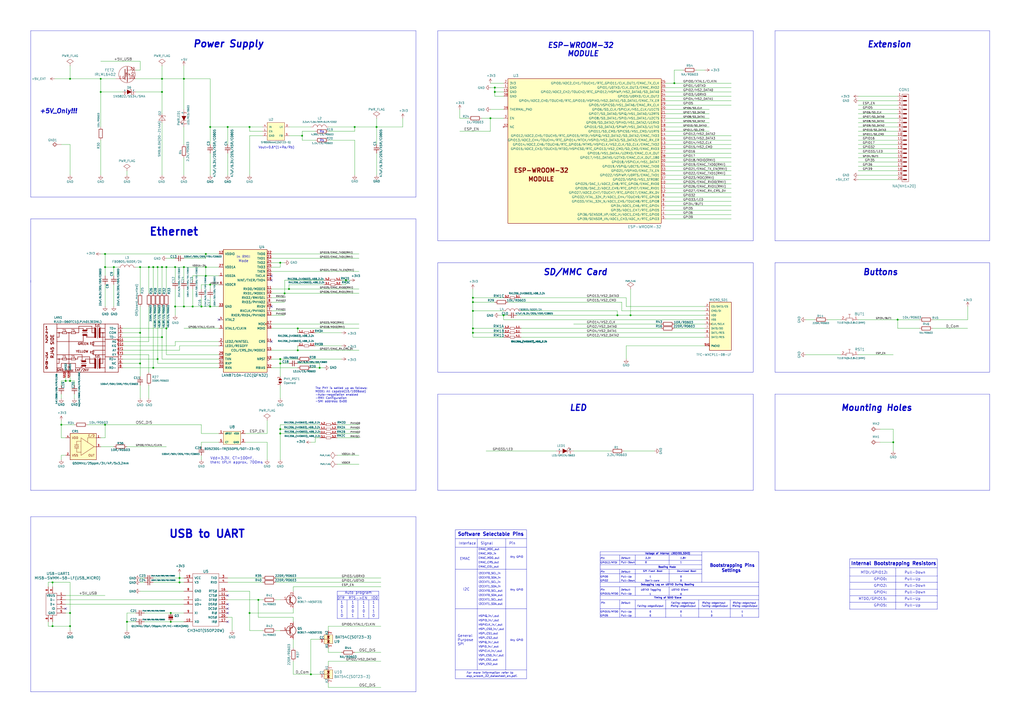
<source format=kicad_sch>
(kicad_sch (version 20230121) (generator eeschema)
  (paper "A2")
  (title_block (title "ESP32-GATEWAY_Rev_A") (company "OLIMEX LTD.") (comment 1 "https://www.olimex.com"))
  (junction (at 106.68 154.94))
  (junction (at 60.96 154.94))
  (junction (at 104.14 337.82))
  (junction (at 116.84 177.8))
  (junction (at 119.38 147.32))
  (junction (at 96.52 154.94))
  (junction (at 40.64 363.22))
  (junction (at 93.98 154.94))
  (junction (at 200.66 162.56))
  (junction (at 58.42 53.34))
  (junction (at 167.64 167.64))
  (junction (at 520.7 185.42))
  (junction (at 99.06 360.68))
  (junction (at 121.92 73.66))
  (junction (at 144.78 73.66))
  (junction (at 81.28 210.82))
  (junction (at 162.56 248.92))
  (junction (at 218.44 73.66))
  (junction (at 106.68 45.72))
  (junction (at 66.04 154.94))
  (junction (at 518.16 256.54))
  (junction (at 106.68 177.8))
  (junction (at 30.48 363.22))
  (junction (at 175.26 78.74))
  (junction (at 284.48 68.58))
  (junction (at 91.44 208.28))
  (junction (at 91.44 154.94))
  (junction (at 172.72 203.2))
  (junction (at 292.1 182.88))
  (junction (at 358.14 182.88))
  (junction (at 274.32 175.26))
  (junction (at 119.38 154.94))
  (junction (at 287.02 50.8))
  (junction (at 60.96 246.38))
  (junction (at 274.32 190.5))
  (junction (at 38.1 220.98))
  (junction (at 81.28 154.94))
  (junction (at 162.56 152.4))
  (junction (at 149.86 347.98))
  (junction (at 86.36 154.94))
  (junction (at 162.56 251.46))
  (junction (at 180.34 391.16))
  (junction (at 162.56 208.28))
  (junction (at 391.16 48.26))
  (junction (at 104.14 335.28))
  (junction (at 172.72 190.5))
  (junction (at 274.32 180.34))
  (junction (at 287.02 53.34))
  (junction (at 40.64 45.72))
  (junction (at 40.64 220.98))
  (junction (at 88.9 213.36))
  (junction (at 88.9 154.94))
  (junction (at 96.52 190.5))
  (junction (at 119.38 160.02))
  (junction (at 274.32 172.72))
  (junction (at 365.76 182.88))
  (junction (at 93.98 195.58))
  (junction (at 274.32 193.04))
  (junction (at 93.98 45.72))
  (junction (at 111.76 177.8))
  (junction (at 121.92 165.1))
  (junction (at 60.96 147.32))
  (junction (at 121.92 177.8))
  (junction (at 205.74 73.66))
  (junction (at 81.28 193.04))
  (junction (at 99.06 355.6))
  (junction (at 30.48 337.82))
  (junction (at 93.98 53.34))
  (junction (at 162.56 210.82))
  (junction (at 185.42 213.36))
  (junction (at 58.42 45.72))
  (junction (at 40.64 355.6))
  (junction (at 35.56 246.38))
  (junction (at 144.78 355.6))
  (junction (at 132.08 73.66))
  (junction (at 165.1 170.18))
  (junction (at 73.66 360.68))
  (junction (at 101.6 154.94))
  (junction (at 101.6 177.8))
  (no_connect (at 132.08 360.68))
  (no_connect (at 127 185.42))
  (no_connect (at 157.48 162.56))
  (no_connect (at 157.48 160.02))
  (no_connect (at 157.48 177.8))
  (no_connect (at 38.1 353.06))
  (no_connect (at 132.08 350.52))
  (no_connect (at 132.08 353.06))
  (no_connect (at 157.48 198.12))
  (no_connect (at 132.08 355.6))
  (no_connect (at 132.08 345.44))
  (polyline (pts (xy 219.71 342.9) (xy 195.58 342.9)))
  (wire (pts (xy 96.52 177.8) (xy 96.52 190.5)))
  (wire (pts (xy 66.04 165.1) (xy 66.04 177.8)))
  (wire (pts (xy 157.48 149.86) (xy 208.28 149.86)))
  (wire (pts (xy 106.68 154.94) (xy 119.38 154.94)))
  (wire (pts (xy 386.08 88.9) (xy 424.18 88.9)))
  (polyline (pts (xy 207.645 347.98) (xy 207.645 358.775)))
  (wire (pts (xy 101.6 177.8) (xy 106.68 177.8)))
  (wire (pts (xy 106.68 177.8) (xy 111.76 177.8)))
  (wire (pts (xy 119.38 154.94) (xy 119.38 160.02)))
  (wire (pts (xy 172.72 190.5) (xy 208.28 190.5)))
  (wire (pts (xy 111.76 177.8) (xy 116.84 177.8)))
  (wire (pts (xy 520.7 55.88) (xy 497.84 55.88)))
  (polyline (pts (xy 423.672 347.98) (xy 423.672 358.14)))
  (wire (pts (xy 190.5 73.66) (xy 205.74 73.66)))
  (polyline (pts (xy 543.687 341.757) (xy 543.687 342.011)))
  (wire (pts (xy 144.78 73.66) (xy 152.4 73.66)))
  (wire (pts (xy 38.1 218.44) (xy 38.1 220.98)))
  (wire (pts (xy 170.18 370.84) (xy 170.18 375.92)))
  (wire (pts (xy 205.74 73.66) (xy 218.44 73.66)))
  (wire (pts (xy 480.06 185.42) (xy 487.68 185.42)))
  (wire (pts (xy 40.64 355.6) (xy 40.64 363.22)))
  (wire (pts (xy 111.76 160.02) (xy 111.76 162.56)))
  (wire (pts (xy 58.42 254) (xy 60.96 254)))
  (polyline (pts (xy 492.887 341.757) (xy 543.687 341.757)))
  (wire (pts (xy 142.24 251.46) (xy 154.94 251.46)))
  (wire (pts (xy 198.12 162.56) (xy 200.66 162.56)))
  (wire (pts (xy 386.08 55.88) (xy 424.18 55.88)))
  (wire (pts (xy 292.1 182.88) (xy 294.64 182.88)))
  (polyline (pts (xy 264.16 393.7) (xy 264.16 307.34)))
  (wire (pts (xy 200.66 162.56) (xy 203.2 162.56)))
  (wire (pts (xy 157.48 154.94) (xy 162.56 154.94)))
  (wire (pts (xy 27.94 363.22) (xy 30.48 363.22)))
  (polyline (pts (xy 449.58 228.6) (xy 574.04 228.6)))
  (wire (pts (xy 198.12 165.1) (xy 200.66 165.1)))
  (polyline (pts (xy 492.887 324.231) (xy 492.887 353.441)))
  (wire (pts (xy 165.1 162.56) (xy 165.1 170.18)))
  (wire (pts (xy 132.08 335.28) (xy 152.4 335.28)))
  (wire (pts (xy 383.54 187.96) (xy 332.74 187.96)))
  (polyline (pts (xy 388.112 330.2) (xy 388.112 337.82)))
  (wire (pts (xy 106.68 101.6) (xy 106.68 91.44)))
  (wire (pts (xy 172.72 200.66) (xy 172.72 203.2)))
  (wire (pts (xy 302.26 180.34) (xy 358.14 180.34)))
  (wire (pts (xy 205.74 101.6) (xy 205.74 81.28)))
  (wire (pts (xy 132.08 337.82) (xy 152.4 337.82)))
  (wire (pts (xy 172.72 213.36) (xy 157.48 213.36)))
  (wire (pts (xy 520.7 190.5) (xy 520.7 185.42)))
  (wire (pts (xy 119.38 147.32) (xy 127 147.32)))
  (wire (pts (xy 66.04 259.08) (xy 58.42 259.08)))
  (wire (pts (xy 266.7 63.5) (xy 266.7 68.58)))
  (wire (pts (xy 66.04 160.02) (xy 66.04 154.94)))
  (wire (pts (xy 152.4 78.74) (xy 144.78 78.74)))
  (wire (pts (xy 361.95 261.62) (xy 379.73 261.62)))
  (wire (pts (xy 167.64 73.66) (xy 180.34 73.66)))
  (polyline (pts (xy 348.107 325.12) (xy 407.162 325.12)))
  (wire (pts (xy 60.96 165.1) (xy 60.96 177.8)))
  (wire (pts (xy 195.58 269.24) (xy 208.28 269.24)))
  (wire (pts (xy 157.48 190.5) (xy 172.72 190.5)))
  (wire (pts (xy 35.56 223.52) (xy 35.56 220.98)))
  (wire (pts (xy 104.14 335.28) (xy 106.68 335.28)))
  (wire (pts (xy 520.7 63.5) (xy 497.84 63.5)))
  (wire (pts (xy 170.18 353.06) (xy 170.18 355.6)))
  (wire (pts (xy 40.64 355.6) (xy 38.1 355.6)))
  (wire (pts (xy 365.76 167.64) (xy 365.76 182.88)))
  (wire (pts (xy 172.72 210.82) (xy 185.42 210.82)))
  (wire (pts (xy 292.1 185.42) (xy 292.1 182.88)))
  (wire (pts (xy 182.88 254) (xy 185.42 254)))
  (wire (pts (xy 104.14 332.74) (xy 104.14 335.28)))
  (wire (pts (xy 180.34 391.16) (xy 180.34 370.84)))
  (wire (pts (xy 195.58 251.46) (xy 208.28 251.46)))
  (wire (pts (xy 218.44 68.58) (xy 218.44 73.66)))
  (wire (pts (xy 520.7 71.12) (xy 497.84 71.12)))
  (wire (pts (xy 520.7 58.42) (xy 497.84 58.42)))
  (wire (pts (xy 190.5 375.92) (xy 190.5 378.46)))
  (wire (pts (xy 386.08 116.84) (xy 424.18 116.84)))
  (polyline (pts (xy 241.3 401.32) (xy 241.3 299.72)))
  (polyline (pts (xy 368.427 340.36) (xy 368.427 345.44)))
  (wire (pts (xy 162.56 246.38) (xy 162.56 248.92)))
  (wire (pts (xy 195.58 254) (xy 208.28 254)))
  (wire (pts (xy 86.36 215.9) (xy 86.36 205.74)))
  (wire (pts (xy 119.38 160.02) (xy 127 160.02)))
  (polyline (pts (xy 493.141 337.693) (xy 543.687 337.693)))
  (wire (pts (xy 190.5 398.78) (xy 220.98 398.78)))
  (wire (pts (xy 152.4 76.2) (xy 144.78 76.2)))
  (wire (pts (xy 50.8 246.38) (xy 60.96 246.38)))
  (wire (pts (xy 160.02 365.76) (xy 162.56 365.76)))
  (wire (pts (xy 386.08 53.34) (xy 424.18 53.34)))
  (wire (pts (xy 93.98 38.1) (xy 93.98 45.72)))
  (wire (pts (xy 60.96 147.32) (xy 119.38 147.32)))
  (wire (pts (xy 157.48 203.2) (xy 172.72 203.2)))
  (wire (pts (xy 162.56 231.14) (xy 162.56 223.52)))
  (wire (pts (xy 38.1 350.52) (xy 106.68 350.52)))
  (polyline (pts (xy 368.427 347.98) (xy 368.427 358.14)))
  (wire (pts (xy 40.64 220.98) (xy 43.18 220.98)))
  (wire (pts (xy 38.1 347.98) (xy 106.68 347.98)))
  (wire (pts (xy 30.48 337.82) (xy 40.64 337.82)))
  (wire (pts (xy 386.08 114.3) (xy 424.18 114.3)))
  (wire (pts (xy 81.28 342.9) (xy 106.68 342.9)))
  (wire (pts (xy 35.56 246.38) (xy 35.56 254)))
  (wire (pts (xy 101.6 167.64) (xy 101.6 177.8)))
  (wire (pts (xy 73.66 355.6) (xy 73.66 360.68)))
  (wire (pts (xy 205.74 81.28) (xy 190.5 81.28)))
  (wire (pts (xy 119.38 154.94) (xy 127 154.94)))
  (wire (pts (xy 520.7 78.74) (xy 497.84 78.74)))
  (polyline (pts (xy 348.107 345.44) (xy 440.182 345.44)))
  (wire (pts (xy 403.86 40.64) (xy 408.94 40.64)))
  (wire (pts (xy 116.84 264.16) (xy 116.84 266.7)))
  (wire (pts (xy 520.7 73.66) (xy 497.84 73.66)))
  (polyline (pts (xy 574.04 284.48) (xy 574.04 228.6)))
  (polyline (pts (xy 254 152.4) (xy 254 215.9)))
  (wire (pts (xy 40.64 45.72) (xy 58.42 45.72)))
  (wire (pts (xy 96.52 190.5) (xy 71.12 190.5)))
  (wire (pts (xy 218.44 73.66) (xy 233.68 73.66)))
  (wire (pts (xy 358.14 180.34) (xy 358.14 182.88)))
  (polyline (pts (xy 348.107 353.06) (xy 440.182 353.06)))
  (polyline (pts (xy 348.107 320.04) (xy 348.107 358.14)))
  (wire (pts (xy 91.44 154.94) (xy 93.98 154.94)))
  (wire (pts (xy 190.5 398.78) (xy 190.5 396.24)))
  (polyline (pts (xy 254 284.48) (xy 254 228.6)))
  (polyline (pts (xy 348.107 347.98) (xy 440.182 347.98)))
  (polyline (pts (xy 213.995 347.98) (xy 213.995 358.775)))
  (wire (pts (xy 386.08 66.04) (xy 411.48 66.04)))
  (wire (pts (xy 35.56 243.84) (xy 35.56 246.38)))
  (wire (pts (xy 365.76 182.88) (xy 408.94 182.88)))
  (wire (pts (xy 287.02 50.8) (xy 287.02 53.34)))
  (wire (pts (xy 520.7 93.98) (xy 497.84 93.98)))
  (wire (pts (xy 71.12 213.36) (xy 88.9 213.36)))
  (wire (pts (xy 93.98 45.72) (xy 106.68 45.72)))
  (wire (pts (xy 93.98 45.72) (xy 93.98 53.34)))
  (polyline (pts (xy 388.112 321.945) (xy 388.112 327.66)))
  (wire (pts (xy 190.5 383.54) (xy 190.5 386.08)))
  (wire (pts (xy 302.26 195.58) (xy 408.94 195.58)))
  (wire (pts (xy 165.1 170.18) (xy 208.28 170.18)))
  (wire (pts (xy 467.36 185.42) (xy 472.44 185.42)))
  (polyline (pts (xy 436.88 215.9) (xy 436.88 152.4)))
  (wire (pts (xy 386.08 96.52) (xy 424.18 96.52)))
  (wire (pts (xy 104.14 203.2) (xy 71.12 203.2)))
  (wire (pts (xy 91.44 208.28) (xy 91.44 210.82)))
  (polyline (pts (xy 17.78 401.32) (xy 241.3 401.32)))
  (wire (pts (xy 83.82 337.82) (xy 81.28 337.82)))
  (wire (pts (xy 172.72 193.04) (xy 172.72 190.5)))
  (polyline (pts (xy 348.107 358.14) (xy 440.182 358.14)))
  (wire (pts (xy 83.82 355.6) (xy 99.06 355.6)))
  (wire (pts (xy 58.42 45.72) (xy 67.31 45.72)))
  (wire (pts (xy 43.18 228.6) (xy 43.18 231.14)))
  (wire (pts (xy 520.7 76.2) (xy 497.84 76.2)))
  (wire (pts (xy 541.02 190.5) (xy 561.34 190.5)))
  (wire (pts (xy 35.56 264.16) (xy 35.56 266.7)))
  (wire (pts (xy 386.08 119.38) (xy 424.18 119.38)))
  (wire (pts (xy 391.16 190.5) (xy 408.94 190.5)))
  (wire (pts (xy 396.24 40.64) (xy 391.16 40.64)))
  (wire (pts (xy 31.75 45.72) (xy 40.64 45.72)))
  (wire (pts (xy 81.28 154.94) (xy 86.36 154.94)))
  (wire (pts (xy 106.68 167.64) (xy 106.68 177.8)))
  (polyline (pts (xy 574.04 17.78) (xy 449.58 17.78)))
  (wire (pts (xy 101.6 149.86) (xy 96.52 149.86)))
  (polyline (pts (xy 574.04 215.9) (xy 574.04 152.4)))
  (wire (pts (xy 162.56 248.92) (xy 162.56 251.46)))
  (wire (pts (xy 170.18 360.68) (xy 170.18 358.14)))
  (wire (pts (xy 121.92 167.64) (xy 121.92 165.1)))
  (wire (pts (xy 363.22 172.72) (xy 302.26 172.72)))
  (wire (pts (xy 170.18 383.54) (xy 170.18 391.16)))
  (wire (pts (xy 182.88 256.54) (xy 182.88 254)))
  (wire (pts (xy 170.18 355.6) (xy 144.78 355.6)))
  (wire (pts (xy 157.48 182.88) (xy 165.1 182.88)))
  (wire (pts (xy 284.48 48.26) (xy 292.1 48.26)))
  (wire (pts (xy 86.36 198.12) (xy 86.36 177.8)))
  (polyline (pts (xy 241.3 17.78) (xy 241.3 114.3)))
  (wire (pts (xy 160.02 335.28) (xy 220.98 335.28)))
  (wire (pts (xy 408.94 185.42) (xy 292.1 185.42)))
  (wire (pts (xy 38.1 220.98) (xy 40.64 220.98)))
  (wire (pts (xy 38.1 345.44) (xy 60.96 345.44)))
  (wire (pts (xy 386.08 109.22) (xy 424.18 109.22)))
  (wire (pts (xy 520.7 81.28) (xy 497.84 81.28)))
  (wire (pts (xy 157.48 170.18) (xy 165.1 170.18)))
  (wire (pts (xy 88.9 337.82) (xy 104.14 337.82)))
  (wire (pts (xy 81.28 177.8) (xy 81.28 193.04)))
  (wire (pts (xy 78.74 53.34) (xy 93.98 53.34)))
  (wire (pts (xy 287.02 55.88) (xy 292.1 55.88)))
  (wire (pts (xy 27.94 337.82) (xy 30.48 337.82)))
  (wire (pts (xy 162.56 210.82) (xy 167.64 210.82)))
  (wire (pts (xy 121.92 177.8) (xy 127 177.8)))
  (wire (pts (xy 88.9 154.94) (xy 91.44 154.94)))
  (wire (pts (xy 363.22 177.8) (xy 363.22 172.72)))
  (wire (pts (xy 43.18 220.98) (xy 43.18 223.52)))
  (polyline (pts (xy 195.58 345.44) (xy 219.71 345.44)))
  (wire (pts (xy 30.48 340.36) (xy 30.48 337.82)))
  (wire (pts (xy 144.78 355.6) (xy 144.78 365.76)))
  (wire (pts (xy 274.32 180.34) (xy 292.1 180.34)))
  (polyline (pts (xy 492.887 329.311) (xy 543.687 329.311)))
  (wire (pts (xy 91.44 208.28) (xy 71.12 208.28)))
  (wire (pts (xy 99.06 360.68) (xy 106.68 360.68)))
  (wire (pts (xy 91.44 170.18) (xy 91.44 154.94)))
  (wire (pts (xy 279.4 68.58) (xy 284.48 68.58)))
  (wire (pts (xy 106.68 162.56) (xy 106.68 154.94)))
  (wire (pts (xy 520.7 104.14) (xy 497.84 104.14)))
  (polyline (pts (xy 543.687 337.693) (xy 543.687 337.947)))
  (wire (pts (xy 78.74 360.68) (xy 73.66 360.68)))
  (polyline (pts (xy 449.58 215.9) (xy 574.04 215.9)))
  (wire (pts (xy 360.68 175.26) (xy 360.68 180.34)))
  (polyline (pts (xy 254 139.7) (xy 436.88 139.7)))
  (wire (pts (xy 106.68 149.86) (xy 119.38 149.86)))
  (wire (pts (xy 104.14 337.82) (xy 106.68 337.82)))
  (wire (pts (xy 154.94 256.54) (xy 154.94 266.7)))
  (wire (pts (xy 190.5 383.54) (xy 220.98 383.54)))
  (wire (pts (xy 121.92 73.66) (xy 121.92 83.82)))
  (wire (pts (xy 354.33 261.62) (xy 332.74 261.62)))
  (wire (pts (xy 386.08 124.46) (xy 424.18 124.46)))
  (polyline (pts (xy 264.16 312.42) (xy 305.435 312.42)))
  (wire (pts (xy 35.56 220.98) (xy 38.1 220.98)))
  (wire (pts (xy 218.44 88.9) (xy 218.44 101.6)))
  (wire (pts (xy 71.12 53.34) (xy 58.42 53.34)))
  (wire (pts (xy 386.08 76.2) (xy 411.48 76.2)))
  (wire (pts (xy 142.24 256.54) (xy 154.94 256.54)))
  (wire (pts (xy 149.86 347.98) (xy 152.4 347.98)))
  (polyline (pts (xy 348.107 340.36) (xy 440.182 340.36)))
  (wire (pts (xy 510.54 248.92) (xy 518.16 248.92)))
  (wire (pts (xy 190.5 378.46) (xy 198.12 378.46)))
  (wire (pts (xy 467.36 205.74) (xy 487.68 205.74)))
  (wire (pts (xy 408.94 177.8) (xy 363.22 177.8)))
  (polyline (pts (xy 436.88 17.78) (xy 254 17.78)))
  (wire (pts (xy 180.34 256.54) (xy 182.88 256.54)))
  (wire (pts (xy 43.18 246.38) (xy 35.56 246.38)))
  (wire (pts (xy 386.08 50.8) (xy 424.18 50.8)))
  (polyline (pts (xy 195.58 347.98) (xy 219.71 347.98)))
  (wire (pts (xy 104.14 335.28) (xy 104.14 337.82)))
  (wire (pts (xy 386.08 106.68) (xy 424.18 106.68)))
  (wire (pts (xy 497.84 86.36) (xy 520.7 86.36)))
  (wire (pts (xy 386.08 104.14) (xy 424.18 104.14)))
  (polyline (pts (xy 293.37 312.42) (xy 293.37 388.62)))
  (wire (pts (xy 172.72 203.2) (xy 208.28 203.2)))
  (wire (pts (xy 78.74 45.72) (xy 93.98 45.72)))
  (wire (pts (xy 198.12 208.28) (xy 180.34 208.28)))
  (polyline (pts (xy 254 17.78) (xy 254 139.7)))
  (polyline (pts (xy 519.557 329.311) (xy 519.557 353.441)))
  (wire (pts (xy 284.48 50.8) (xy 287.02 50.8)))
  (wire (pts (xy 170.18 342.9) (xy 170.18 340.36)))
  (wire (pts (xy 386.08 48.26) (xy 391.16 48.26)))
  (wire (pts (xy 60.96 246.38) (xy 116.84 246.38)))
  (wire (pts (xy 132.08 88.9) (xy 132.08 101.6)))
  (polyline (pts (xy 264.16 330.2) (xy 305.435 330.2)))
  (wire (pts (xy 198.12 193.04) (xy 182.88 193.04)))
  (polyline (pts (xy 254 215.9) (xy 436.88 215.9)))
  (wire (pts (xy 292.1 63.5) (xy 284.48 63.5)))
  (wire (pts (xy 81.28 40.64) (xy 78.74 40.64)))
  (wire (pts (xy 233.68 73.66) (xy 233.68 68.58)))
  (wire (pts (xy 175.26 81.28) (xy 182.88 81.28)))
  (wire (pts (xy 205.74 76.2) (xy 205.74 73.66)))
  (polyline (pts (xy 407.162 337.82) (xy 407.162 320.04)))
  (polyline (pts (xy 436.88 284.48) (xy 254 284.48)))
  (wire (pts (xy 287.02 53.34) (xy 287.02 55.88)))
  (wire (pts (xy 144.78 365.76) (xy 152.4 365.76)))
  (wire (pts (xy 386.08 83.82) (xy 424.18 83.82)))
  (wire (pts (xy 73.66 101.6) (xy 73.66 99.06)))
  (polyline (pts (xy 264.16 317.5) (xy 305.435 317.5)))
  (polyline (pts (xy 348.107 327.66) (xy 407.162 327.66)))
  (wire (pts (xy 386.08 78.74) (xy 424.18 78.74)))
  (polyline (pts (xy 359.537 321.945) (xy 359.537 327.66)))
  (wire (pts (xy 386.08 63.5) (xy 411.48 63.5)))
  (wire (pts (xy 289.56 182.88) (xy 292.1 182.88)))
  (polyline (pts (xy 17.78 284.48) (xy 241.3 284.48)))
  (wire (pts (xy 144.78 78.74) (xy 144.78 101.6)))
  (polyline (pts (xy 449.58 284.48) (xy 574.04 284.48)))
  (wire (pts (xy 180.34 370.84) (xy 185.42 370.84)))
  (wire (pts (xy 121.92 88.9) (xy 121.92 101.6)))
  (wire (pts (xy 58.42 45.72) (xy 58.42 53.34)))
  (polyline (pts (xy 305.435 307.34) (xy 305.435 393.7)))
  (wire (pts (xy 386.08 127) (xy 424.18 127)))
  (wire (pts (xy 391.16 40.64) (xy 391.16 48.26)))
  (wire (pts (xy 88.9 177.8) (xy 88.9 213.36)))
  (wire (pts (xy 520.7 66.04) (xy 497.84 66.04)))
  (wire (pts (xy 60.96 154.94) (xy 60.96 160.02)))
  (wire (pts (xy 149.86 358.14) (xy 149.86 347.98)))
  (wire (pts (xy 386.08 93.98) (xy 424.18 93.98)))
  (wire (pts (xy 170.18 340.36) (xy 220.98 340.36)))
  (wire (pts (xy 121.92 45.72) (xy 121.92 73.66)))
  (wire (pts (xy 292.1 53.34) (xy 287.02 53.34)))
  (wire (pts (xy 386.08 121.92) (xy 424.18 121.92)))
  (wire (pts (xy 185.42 210.82) (xy 185.42 213.36)))
  (wire (pts (xy 121.92 165.1) (xy 127 165.1)))
  (polyline (pts (xy 405.257 347.98) (xy 405.257 358.14)))
  (wire (pts (xy 518.16 205.74) (xy 497.84 205.74)))
  (wire (pts (xy 386.08 101.6) (xy 424.18 101.6)))
  (wire (pts (xy 40.64 83.82) (xy 35.56 83.82)))
  (wire (pts (xy 127 190.5) (xy 106.68 190.5)))
  (wire (pts (xy 27.94 360.68) (xy 27.94 363.22)))
  (wire (pts (xy 363.22 200.66) (xy 408.94 200.66)))
  (wire (pts (xy 182.88 76.2) (xy 175.26 76.2)))
  (wire (pts (xy 134.62 358.14) (xy 134.62 365.76)))
  (wire (pts (xy 116.84 177.8) (xy 116.84 172.72)))
  (wire (pts (xy 162.56 154.94) (xy 162.56 152.4)))
  (polyline (pts (xy 388.112 345.44) (xy 388.112 340.36)))
  (wire (pts (xy 88.9 170.18) (xy 88.9 154.94)))
  (polyline (pts (xy 17.78 299.72) (xy 241.3 299.72)))
  (wire (pts (xy 88.9 213.36) (xy 127 213.36)))
  (wire (pts (xy 127 198.12) (xy 101.6 198.12)))
  (polyline (pts (xy 17.78 114.3) (xy 241.3 114.3)))
  (polyline (pts (xy 17.78 163.83) (xy 17.78 127)))
  (wire (pts (xy 93.98 154.94) (xy 96.52 154.94)))
  (polyline (pts (xy 219.71 342.9) (xy 219.71 358.775)))
  (wire (pts (xy 170.18 391.16) (xy 180.34 391.16)))
  (polyline (pts (xy 436.88 152.4) (xy 254 152.4)))
  (polyline (pts (xy 368.427 330.2) (xy 368.427 337.82)))
  (wire (pts (xy 190.5 76.2) (xy 205.74 76.2)))
  (wire (pts (xy 518.16 248.92) (xy 518.16 256.54)))
  (wire (pts (xy 386.08 71.12) (xy 411.48 71.12)))
  (polyline (pts (xy 276.86 312.42) (xy 276.86 388.62)))
  (wire (pts (xy 180.34 391.16) (xy 185.42 391.16)))
  (wire (pts (xy 510.54 256.54) (xy 518.16 256.54)))
  (wire (pts (xy 386.08 81.28) (xy 424.18 81.28)))
  (wire (pts (xy 167.64 167.64) (xy 208.28 167.64)))
  (wire (pts (xy 81.28 210.82) (xy 81.28 218.44)))
  (polyline (pts (xy 17.78 17.78) (xy 241.3 17.78)))
  (wire (pts (xy 218.44 73.66) (xy 218.44 83.82)))
  (wire (pts (xy 101.6 162.56) (xy 101.6 154.94)))
  (polyline (pts (xy 492.887 349.377) (xy 543.687 349.377)))
  (wire (pts (xy 81.28 35.56) (xy 58.42 35.56)))
  (wire (pts (xy 40.64 363.22) (xy 40.64 365.76)))
  (wire (pts (xy 162.56 152.4) (xy 165.1 152.4)))
  (wire (pts (xy 104.14 200.66) (xy 104.14 203.2)))
  (polyline (pts (xy 348.107 330.2) (xy 407.162 330.2)))
  (wire (pts (xy 132.08 347.98) (xy 149.86 347.98)))
  (wire (pts (xy 185.42 251.46) (xy 162.56 251.46)))
  (wire (pts (xy 106.68 45.72) (xy 106.68 63.5)))
  (polyline (pts (xy 219.71 358.775) (xy 195.58 358.775)))
  (polyline (pts (xy 348.107 332.74) (xy 407.162 332.74)))
  (polyline (pts (xy 195.58 342.9) (xy 195.58 358.775)))
  (polyline (pts (xy 574.04 152.4) (xy 449.58 152.4)))
  (polyline (pts (xy 492.887 324.231) (xy 543.687 324.231)))
  (wire (pts (xy 518.16 256.54) (xy 518.16 261.62)))
  (wire (pts (xy 93.98 195.58) (xy 71.12 195.58)))
  (wire (pts (xy 91.44 177.8) (xy 91.44 208.28)))
  (wire (pts (xy 157.48 157.48) (xy 208.28 157.48)))
  (wire (pts (xy 358.14 182.88) (xy 365.76 182.88)))
  (wire (pts (xy 408.94 187.96) (xy 391.16 187.96)))
  (polyline (pts (xy 17.78 162.56) (xy 17.78 284.48)))
  (wire (pts (xy 386.08 73.66) (xy 411.48 73.66)))
  (wire (pts (xy 111.76 160.02) (xy 119.38 160.02)))
  (polyline (pts (xy 17.78 127) (xy 241.3 127)))
  (wire (pts (xy 200.66 165.1) (xy 200.66 162.56)))
  (polyline (pts (xy 543.687 334.137) (xy 543.687 333.883)))
  (wire (pts (xy 35.56 254) (xy 38.1 254)))
  (wire (pts (xy 170.18 358.14) (xy 149.86 358.14)))
  (wire (pts (xy 322.58 261.62) (xy 281.94 261.62)))
  (wire (pts (xy 66.04 154.94) (xy 68.58 154.94)))
  (wire (pts (xy 302.26 190.5) (xy 383.54 190.5)))
  (wire (pts (xy 520.7 96.52) (xy 497.84 96.52)))
  (wire (pts (xy 30.48 360.68) (xy 30.48 363.22)))
  (wire (pts (xy 195.58 264.16) (xy 208.28 264.16)))
  (polyline (pts (xy 348.107 321.945) (xy 407.162 321.945)))
  (polyline (pts (xy 368.427 321.945) (xy 368.427 327.66)))
  (wire (pts (xy 93.98 208.28) (xy 127 208.28)))
  (wire (pts (xy 96.52 205.74) (xy 127 205.74)))
  (wire (pts (xy 96.52 170.18) (xy 96.52 154.94)))
  (wire (pts (xy 86.36 154.94) (xy 88.9 154.94)))
  (wire (pts (xy 81.28 170.18) (xy 81.28 154.94)))
  (wire (pts (xy 106.68 45.72) (xy 121.92 45.72)))
  (wire (pts (xy 520.7 99.06) (xy 497.84 99.06)))
  (wire (pts (xy 99.06 355.6) (xy 106.68 355.6)))
  (wire (pts (xy 274.32 193.04) (xy 274.32 195.58)))
  (wire (pts (xy 83.82 335.28) (xy 81.28 335.28)))
  (wire (pts (xy 386.08 60.96) (xy 424.18 60.96)))
  (wire (pts (xy 58.42 101.6) (xy 58.42 81.28)))
  (wire (pts (xy 132.08 358.14) (xy 134.62 358.14)))
  (wire (pts (xy 175.26 76.2) (xy 175.26 78.74)))
  (wire (pts (xy 154.94 251.46) (xy 154.94 243.84)))
  (wire (pts (xy 88.9 335.28) (xy 104.14 335.28)))
  (wire (pts (xy 86.36 170.18) (xy 86.36 154.94)))
  (polyline (pts (xy 493.141 345.567) (xy 543.687 345.567)))
  (polyline (pts (xy 574.04 139.7) (xy 574.04 17.78)))
  (polyline (pts (xy 543.687 345.567) (xy 543.687 345.821)))
  (wire (pts (xy 132.08 73.66) (xy 144.78 73.66)))
  (wire (pts (xy 274.32 175.26) (xy 274.32 180.34)))
  (wire (pts (xy 157.48 187.96) (xy 208.28 187.96)))
  (wire (pts (xy 205.74 378.46) (xy 220.98 378.46)))
  (wire (pts (xy 86.36 205.74) (xy 71.12 205.74)))
  (wire (pts (xy 106.68 73.66) (xy 106.68 83.82)))
  (wire (pts (xy 60.96 254) (xy 60.96 246.38)))
  (polyline (pts (xy 264.16 307.34) (xy 305.435 307.34)))
  (wire (pts (xy 81.28 223.52) (xy 81.28 231.14)))
  (wire (pts (xy 274.32 175.26) (xy 287.02 175.26)))
  (wire (pts (xy 520.7 185.42) (xy 533.4 185.42)))
  (wire (pts (xy 160.02 347.98) (xy 162.56 347.98)))
  (wire (pts (xy 561.34 185.42) (xy 561.34 177.8)))
  (wire (pts (xy 91.44 210.82) (xy 127 210.82)))
  (polyline (pts (xy 440.182 358.14) (xy 440.182 320.04)))
  (wire (pts (xy 96.52 154.94) (xy 101.6 154.94)))
  (wire (pts (xy 96.52 259.08) (xy 73.66 259.08)))
  (wire (pts (xy 81.28 210.82) (xy 71.12 210.82)))
  (wire (pts (xy 175.26 78.74) (xy 175.26 81.28)))
  (wire (pts (xy 274.32 172.72) (xy 274.32 175.26)))
  (wire (pts (xy 101.6 200.66) (xy 71.12 200.66)))
  (wire (pts (xy 386.08 58.42) (xy 424.18 58.42)))
  (wire (pts (xy 302.26 193.04) (xy 408.94 193.04)))
  (wire (pts (xy 162.56 210.82) (xy 162.56 218.44)))
  (polyline (pts (xy 359.537 330.2) (xy 359.537 337.82)))
  (wire (pts (xy 96.52 190.5) (xy 96.52 205.74)))
  (wire (pts (xy 284.48 76.2) (xy 266.7 76.2)))
  (wire (pts (xy 167.64 78.74) (xy 175.26 78.74)))
  (wire (pts (xy 35.56 228.6) (xy 35.56 231.14)))
  (wire (pts (xy 363.22 208.28) (xy 363.22 200.66)))
  (wire (pts (xy 93.98 53.34) (xy 93.98 66.04)))
  (wire (pts (xy 40.64 218.44) (xy 40.64 220.98)))
  (wire (pts (xy 541.02 185.42) (xy 561.34 185.42)))
  (wire (pts (xy 93.98 177.8) (xy 93.98 195.58)))
  (wire (pts (xy 93.98 101.6) (xy 93.98 71.12)))
  (wire (pts (xy 386.08 91.44) (xy 424.18 91.44)))
  (polyline (pts (xy 348.107 320.04) (xy 440.182 320.04)))
  (polyline (pts (xy 449.58 139.7) (xy 574.04 139.7)))
  (wire (pts (xy 533.4 190.5) (xy 520.7 190.5)))
  (wire (pts (xy 78.74 154.94) (xy 81.28 154.94)))
  (wire (pts (xy 93.98 195.58) (xy 93.98 208.28)))
  (wire (pts (xy 119.38 149.86) (xy 119.38 147.32)))
  (wire (pts (xy 101.6 154.94) (xy 106.68 154.94)))
  (wire (pts (xy 386.08 111.76) (xy 424.18 111.76)))
  (wire (pts (xy 132.08 342.9) (xy 144.78 342.9)))
  (wire (pts (xy 93.98 170.18) (xy 93.98 154.94)))
  (wire (pts (xy 520.7 91.44) (xy 497.84 91.44)))
  (wire (pts (xy 185.42 248.92) (xy 162.56 248.92)))
  (wire (pts (xy 187.96 162.56) (xy 165.1 162.56)))
  (wire (pts (xy 292.1 172.72) (xy 274.32 172.72)))
  (wire (pts (xy 116.84 259.08) (xy 116.84 256.54)))
  (wire (pts (xy 38.1 264.16) (xy 35.56 264.16)))
  (polyline (pts (xy 305.435 393.7) (xy 264.16 393.7)))
  (polyline (pts (xy 449.58 152.4) (xy 449.58 215.9)))
  (wire (pts (xy 30.48 363.22) (xy 40.64 363.22)))
  (polyline (pts (xy 359.537 347.98) (xy 359.537 358.14)))
  (wire (pts (xy 78.74 355.6) (xy 73.66 355.6)))
  (wire (pts (xy 60.96 154.94) (xy 66.04 154.94)))
  (wire (pts (xy 60.96 147.32) (xy 60.96 154.94)))
  (wire (pts (xy 391.16 48.26) (xy 424.18 48.26)))
  (wire (pts (xy 198.12 200.66) (xy 182.88 200.66)))
  (wire (pts (xy 83.82 360.68) (xy 99.06 360.68)))
  (wire (pts (xy 157.48 208.28) (xy 162.56 208.28)))
  (wire (pts (xy 86.36 223.52) (xy 86.36 231.14)))
  (wire (pts (xy 111.76 167.64) (xy 111.76 177.8)))
  (wire (pts (xy 116.84 165.1) (xy 116.84 167.64)))
  (wire (pts (xy 71.12 198.12) (xy 86.36 198.12)))
  (wire (pts (xy 386.08 68.58) (xy 411.48 68.58)))
  (polyline (pts (xy 543.687 324.231) (xy 543.687 353.441)))
  (wire (pts (xy 299.72 182.88) (xy 358.14 182.88)))
  (wire (pts (xy 157.48 175.26) (xy 165.1 175.26)))
  (wire (pts (xy 127 200.66) (xy 104.14 200.66)))
  (wire (pts (xy 162.56 208.28) (xy 162.56 210.82)))
  (wire (pts (xy 274.32 190.5) (xy 292.1 190.5)))
  (polyline (pts (xy 264.16 388.62) (xy 305.435 388.62)))
  (wire (pts (xy 187.96 165.1) (xy 167.64 165.1)))
  (wire (pts (xy 101.6 198.12) (xy 101.6 200.66)))
  (polyline (pts (xy 449.58 284.48) (xy 449.58 228.6)))
  (wire (pts (xy 157.48 147.32) (xy 208.28 147.32)))
  (polyline (pts (xy 492.887 353.314) (xy 543.687 353.314)))
  (wire (pts (xy 144.78 76.2) (xy 144.78 73.66)))
  (wire (pts (xy 40.64 101.6) (xy 40.64 83.82)))
  (wire (pts (xy 497.84 185.42) (xy 520.7 185.42)))
  (wire (pts (xy 116.84 165.1) (xy 121.92 165.1)))
  (wire (pts (xy 162.56 251.46) (xy 162.56 266.7)))
  (polyline (pts (xy 436.88 228.6) (xy 436.88 284.48)))
  (wire (pts (xy 180.34 213.36) (xy 185.42 213.36)))
  (wire (pts (xy 274.32 190.5) (xy 274.32 193.04)))
  (wire (pts (xy 287.02 50.8) (xy 292.1 50.8)))
  (wire (pts (xy 497.84 88.9) (xy 520.7 88.9)))
  (wire (pts (xy 266.7 68.58) (xy 271.78 68.58)))
  (wire (pts (xy 157.48 180.34) (xy 165.1 180.34)))
  (wire (pts (xy 190.5 363.22) (xy 220.98 363.22)))
  (wire (pts (xy 144.78 342.9) (xy 144.78 355.6)))
  (wire (pts (xy 58.42 53.34) (xy 58.42 73.66)))
  (wire (pts (xy 101.6 177.8) (xy 101.6 182.88)))
  (wire (pts (xy 195.58 248.92) (xy 208.28 248.92)))
  (wire (pts (xy 360.68 180.34) (xy 408.94 180.34)))
  (wire (pts (xy 81.28 193.04) (xy 71.12 193.04)))
  (wire (pts (xy 520.7 68.58) (xy 497.84 68.58)))
  (wire (pts (xy 157.48 172.72) (xy 165.1 172.72)))
  (wire (pts (xy 160.02 337.82) (xy 220.98 337.82)))
  (wire (pts (xy 185.42 246.38) (xy 162.56 246.38)))
  (wire (pts (xy 40.64 38.1) (xy 40.64 45.72)))
  (wire (pts (xy 274.32 195.58) (xy 292.1 195.58)))
  (wire (pts (xy 157.48 152.4) (xy 162.56 152.4)))
  (polyline (pts (xy 348.107 337.82) (xy 440.182 337.82)))
  (wire (pts (xy 274.32 193.04) (xy 292.1 193.04)))
  (wire (pts (xy 81.28 193.04) (xy 81.28 210.82)))
  (wire (pts (xy 81.28 40.64) (xy 81.28 35.56)))
  (polyline (pts (xy 254 228.6) (xy 436.88 228.6)))
  (wire (pts (xy 424.18 86.36) (xy 386.08 86.36)))
  (wire (pts (xy 58.42 147.32) (xy 60.96 147.32)))
  (polyline (pts (xy 241.3 284.48) (xy 241.3 127)))
  (wire (pts (xy 157.48 167.64) (xy 167.64 167.64)))
  (polyline (pts (xy 386.207 347.98) (xy 386.207 358.14)))
  (wire (pts (xy 520.7 101.6) (xy 497.84 101.6)))
  (wire (pts (xy 116.84 251.46) (xy 116.84 246.38)))
  (wire (pts (xy 167.64 165.1) (xy 167.64 167.64)))
  (wire (pts (xy 127 251.46) (xy 116.84 251.46)))
  (wire (pts (xy 106.68 38.1) (xy 106.68 45.72)))
  (wire (pts (xy 116.84 256.54) (xy 127 256.54)))
  (polyline (pts (xy 17.78 17.78) (xy 17.78 114.3)))
  (wire (pts (xy 121.92 177.8) (xy 121.92 172.72)))
  (wire (pts (xy 274.32 180.34) (xy 274.32 190.5)))
  (wire (pts (xy 185.42 213.36) (xy 187.96 213.36)))
  (wire (pts (xy 132.08 73.66) (xy 132.08 83.82)))
  (wire (pts (xy 284.48 68.58) (xy 292.1 68.58)))
  (polyline (pts (xy 359.537 340.36) (xy 359.537 345.44)))
  (wire (pts (xy 195.58 246.38) (xy 208.28 246.38)))
  (wire (pts (xy 27.94 340.36) (xy 27.94 337.82)))
  (wire (pts (xy 294.64 175.26) (xy 360.68 175.26)))
  (wire (pts (xy 162.56 208.28) (xy 172.72 208.28)))
  (wire (pts (xy 40.64 337.82) (xy 40.64 355.6)))
  (polyline (pts (xy 449.58 17.78) (xy 449.58 139.7)))
  (polyline (pts (xy 201.295 347.98) (xy 201.295 358.775)))
  (wire (pts (xy 116.84 177.8) (xy 121.92 177.8)))
  (wire (pts (xy 274.32 167.64) (xy 274.32 172.72)))
  (wire (pts (xy 121.92 73.66) (xy 132.08 73.66)))
  (wire (pts (xy 386.08 99.06) (xy 424.18 99.06)))
  (polyline (pts (xy 264.16 353.06) (xy 305.435 353.06)))
  (wire (pts (xy 520.7 83.82) (xy 497.84 83.82)))
  (wire (pts (xy 73.66 360.68) (xy 73.66 365.76)))
  (polyline (pts (xy 492.887 334.137) (xy 543.687 334.137)))
  (wire (pts (xy 520.7 60.96) (xy 497.84 60.96)))
  (polyline (pts (xy 436.88 17.78) (xy 436.88 139.7)))
  (wire (pts (xy 190.5 363.22) (xy 190.5 365.76)))
  (polyline (pts (xy 17.78 299.72) (xy 17.78 401.32)))
  (wire (pts (xy 284.48 68.58) (xy 284.48 76.2)))
  (text "Pull-Up" (at 524.637 336.931 0) (effects (font (size 1.4986 1.4986)) (justify left bottom)))
  (text "Pull-Up" (at 524.637 348.361 0) (effects (font (size 1.4986 1.4986)) (justify left bottom)))
  (text "HSPICLK_in/_out" (at 277.495 363.22 0) (effects (font (size 1.0922 1.0922)) (justify left bottom)))
  (text "Signal" (at 278.765 316.23 0) (effects (font (size 1.4986 1.4986)) (justify left bottom)))
  (text "HSPI_CS0_in/_out" (at 277.495 365.76 0) (effects (font (size 1.0922 1.0922)) (justify left bottom)))
  (text "I2CEXT1_SDA_in" (at 277.495 340.995 0) (effects (font (size 1.0922 1.0922)) (justify left bottom)))
  (text "HSPID_in/_out" (at 277.495 360.68 0) (effects (font (size 1.0922 1.0922)) (justify left bottom)))
  (text "Pin" (at 348.234 342.9 0) (effects (font (size 0.9906 0.9906) italic) (justify left bottom)))
  (text "LED" (at 330.2 238.76 0) (effects (font (size 3.5052 3.5052) (thickness 0.701) bold italic) (justify left bottom)))
  (text "1" (at 210.185 350.52 0) (effects (font (size 1.524 1.524)) (justify left bottom)))
  (text "1" (at 376.682 345.44 0) (effects (font (size 0.9906 0.9906)) (justify left bottom)))
  (text "HSPI_CS1_out" (at 277.495 368.3 0) (effects (font (size 1.0922 1.0922)) (justify left bottom)))
  (text "Rising-edge:Output" (at 424.688 352.298 0) (effects (font (size 0.9906 0.9906) italic) (justify left bottom)))
  (text "VSPIQ_in/_out" (at 277.495 373.38 0) (effects (font (size 1.0922 1.0922)) (justify left bottom)))
  (text "U0TXD Toggling" (at 371.602 342.9 0) (effects (font (size 0.9906 0.9906) italic) (justify left bottom)))
  (text "0" (at 197.485 358.14 0) (effects (font (size 1.524 1.524)) (justify left bottom)))
  (text "+5V_Only!!!" (at 22.86 66.04 0) (effects (font (size 2.54 2.54) (thickness 0.508) bold italic) (justify left bottom)))
  (text "Default" (at 360.172 342.9 0) (effects (font (size 0.9906 0.9906) italic) (justify left bottom)))
  (text "Auto program\n" (at 200.025 344.805 0) (effects (font (size 1.524 1.524)) (justify left bottom)))
  (text "Pull-Down" (at 360.172 327.025 0) (effects (font (size 0.9906 0.9906)) (justify left bottom)))
  (text "Any GPIO" (at 295.91 323.85 0) (effects (font (size 1.0922 1.0922)) (justify left bottom)))
  (text "1" (at 203.835 350.52 0) (effects (font (size 1.524 1.524)) (justify left bottom)))
  (text "GPIO2" (at 348.234 337.566 0) (effects (font (size 0.9906 0.9906)) (justify left bottom)))
  (text "GPIO15/MTDO" (at 348.234 345.186 0) (effects (font (size 0.9906 0.9906)) (justify left bottom)))
  (text "EMAC_MDC_out" (at 277.495 319.405 0) (effects (font (size 1.0922 1.0922)) (justify left bottom)))
  (text "1" (at 210.185 358.14 0) (effects (font (size 1.524 1.524)) (justify left bottom)))
  (text "Pin" (at 295.275 316.23 0) (effects (font (size 1.4986 1.4986)) (justify left bottom)))
  (text "1" (at 215.9 353.06 0) (effects (font (size 1.524 1.524)) (justify left bottom)))
  (text "1" (at 376.682 335.28 0) (effects (font (size 0.9906 0.9906)) (justify left bottom)))
  (text "Interface" (at 266.065 316.23 0) (effects (font (size 1.4986 1.4986)) (justify left bottom)))
  (text "SD/MMC Card" (at 314.96 160.02 0) (effects (font (size 3.5052 3.5052) (thickness 0.701) bold italic) (justify left bottom)))
  (text "EMAC_CRS_out" (at 277.495 327.025 0) (effects (font (size 1.0922 1.0922)) (justify left bottom)))
  (text "0" (at 215.9 358.14 0) (effects (font (size 1.524 1.524)) (justify left bottom)))
  (text "EMAC_MDO_out" (at 277.495 324.485 0) (effects (font (size 1.0922 1.0922)) (justify left bottom)))
  (text "Debugging Log on U0TXD During Booting" (at 371.602 339.852 0) (effects (font (size 0.9906 0.9906) (thickness 0.1981) bold) (justify left bottom)))
  (text "0" (at 374.142 327.025 0) (effects (font (size 0.9906 0.9906)) (justify left bottom)))
  (text "EMAC_MDI_in" (at 277.495 321.945 0) (effects (font (size 1.0922 1.0922)) (justify left bottom)))
  (text "Bootstrapping Pins \n     Settings" (at 411.607 332.105 0) (effects (font (size 1.8034 1.8034) (thickness 0.3607) bold) (justify left bottom)))
  (text "I2C" (at 268.605 342.9 0) (effects (font (size 1.4986 1.4986)) (justify left bottom)))
  (text "1" (at 394.462 357.886 0) (effects (font (size 0.9906 0.9906)) (justify left bottom)))
  (text "Default" (at 360.172 332.486 0) (effects (font (size 0.9906 0.9906) italic) (justify left bottom)))
  (text "Default" (at 360.172 350.52 0) (effects (font (size 0.9906 0.9906) italic) (justify left bottom)))
  (text "GPIO4:" (at 506.857 344.551 0) (effects (font (size 1.4986 1.4986)) (justify left bottom)))
  (text "GPIO12/MTDI" (at 348.234 327.152 0) (effects (font (size 0.9906 0.9906)) (justify left bottom)))
  (text "Don't-care" (at 374.142 337.566 0) (effects (font (size 0.9906 0.9906)) (justify left bottom)))
  (text "0" (at 394.462 335.28 0) (effects (font (size 0.9906 0.9906)) (justify left bottom)))
  (text "Internal Bootstrapping Resistors" (at 493.522 328.168 0) (effects (font (size 2.0066 2.0066) (thickness 0.4013) bold) (justify left bottom)))
  (text "Extension" (at 502.92 27.94 0) (effects (font (size 3.5052 3.5052) (thickness 0.701) bold italic) (justify left bottom)))
  (text "Ethernet" (at 86.36 137.16 0) (effects (font (size 4.4958 4.4958) (thickness 0.8992) bold) (justify left bottom)))
  (text "VSPI_CS2_out" (at 277.495 386.08 0) (effects (font (size 1.0922 1.0922)) (justify left bottom)))
  (text "1" (at 210.185 353.06 0) (effects (font (size 1.524 1.524)) (justify left bottom)))
  (text "HSPI_CS2_out" (at 277.495 370.84 0) (effects (font (size 1.0922 1.0922)) (justify left bottom)))
  (text "GPIO2:" (at 506.857 340.741 0) (effects (font (size 1.4986 1.4986)) (justify left bottom)))
  (text "GPIO5" (at 348.234 357.886 0) (effects (font (size 0.9906 0.9906)) (justify left bottom)))
  (text "I2CEXT0_SCL_out" (at 277.495 343.535 0) (effects (font (size 1.0922 1.0922)) (justify left bottom)))
  (text "3.3V" (at 374.142 324.485 0) (effects (font (size 0.9906 0.9906) italic) (justify left bottom)))
  (text "1" (at 215.9 355.6 0) (effects (font (size 1.524 1.524)) (justify left bottom)))
  (text "MTDO/GPIO15:" (at 497.967 348.361 0) (effects (font (size 1.4986 1.4986)) (justify left bottom)))
  (text "1" (at 430.022 357.886 0) (effects (font (size 0.9906 0.9906)) (justify left bottom)))
  (text "Rb" (at 185.42 82.296 0) (effects (font (size 1.2954 1.2954)) (justify left bottom)))
  (text "0" (at 412.242 357.886 0) (effects (font (size 0.9906 0.9906)) (justify left bottom)))
  (text "GPIO0" (at 348.234 335.28 0) (effects (font (size 0.9906 0.9906)) (justify left bottom)))
  (text "Buttons" (at 500.38 160.02 0) (effects (font (size 3.5052 3.5052) (thickness 0.701) bold italic) (justify left bottom)))
  (text "Default" (at 360.172 324.485 0) (effects (font (size 0.9906 0.9906) italic) (justify left bottom)))
  (text "VSPICLK_in/_out" (at 277.495 378.46 0) (effects (font (size 1.0922 1.0922)) (justify left bottom)))
  (text "Ra" (at 185.42 77.216 0) (effects (font (size 1.2954 1.2954)) (justify left bottom)))
  (text "Software Selectable Pins" (at 265.43 311.15 0) (effects (font (size 2.0066 2.0066) (thickness 0.4013) bold) (justify left bottom)))
  (text "0" (at 210.185 355.6 0) (effects (font (size 1.524 1.524)) (justify left bottom)))
  (text "Booting Mode" (at 381.762 329.692 0) (effects (font (size 0.9906 0.9906) (thickness 0.1981) bold) (justify left bottom)))
  (text "Pull-Down" (at 524.637 344.551 0) (effects (font (size 1.4986 1.4986)) (justify left bottom)))
  (text "I2CEXT0_SCL_in" (at 277.495 333.375 0) (effects (font (size 1.0922 1.0922)) (justify left bottom)))
  (text "ESP-WROOM-32\n     MODULE" (at 317.5 33.02 0) (effects (font (size 2.9972 2.9972) (thickness 0.5994) bold italic) (justify left bottom)))
  (text "VSPI_CS1_out" (at 277.495 383.54 0) (effects (font (size 1.0922 1.0922)) (justify left bottom)))
  (text "1" (at 197.485 355.6 0) (effects (font (size 1.524 1.524)) (justify left bottom)))
  (text "0" (at 376.682 355.6 0) (effects (font (size 0.9906 0.9906)) (justify left bottom)))
  (text "EMAC_COL_out" (at 277.495 329.565 0) (effects (font (size 1.0922 1.0922)) (justify left bottom)))
  (text "I2CEXT0_SDA_out" (at 277.495 346.075 0) (effects (font (size 1.0922 1.0922)) (justify left bottom)))
  (text "MTDI/GPIO12:" (at 499.237 333.121 0) (effects (font (size 1.4986 1.4986)) (justify left bottom)))
  (text "Pull-Up" (at 524.637 352.171 0) (effects (font (size 1.4986 1.4986)) (justify left bottom)))
  (text "Pin" (at 348.234 324.612 0) (effects (font (size 0.9906 0.9906) italic) (justify left bottom)))
  (text "Download Boot" (at 392.557 332.105 0) (effects (font (size 0.9906 0.9906) italic) (justify left bottom)))
  (text "1" (at 394.462 327.025 0) (effects (font (size 0.9906 0.9906)) (justify left bottom)))
  (text "Vout=0.6*(1+Ra/Rb)" (at 149.86 86.36 0) (effects (font (size 1.2954 1.2954)) (justify left bottom)))
  (text "GPIO15/MTDO" (at 348.234 355.6 0) (effects (font (size 0.9906 0.9906)) (justify left bottom)))
  (text "1" (at 203.835 358.14 0) (effects (font (size 1.524 1.524)) (justify left bottom)))
  (text "Pull-Down" (at 524.637 340.741 0) (effects (font (size 1.4986 1.4986)) (justify left bottom)))
  (text "Rising-edge:Input" (at 424.942 350.52 0) (effects (font (size 0.9906 0.9906) italic) (justify left bottom)))
  (text "Pin" (at 348.234 332.486 0) (effects (font (size 0.9906 0.9906) italic) (justify left bottom)))
  (text "Pull-Up" (at 360.172 357.886 0) (effects (font (size 0.9906 0.9906)) (justify left bottom)))
  (text "Pull-Up" (at 360.172 355.6 0) (effects (font (size 0.9906 0.9906)) (justify left bottom)))
  (text "Voltage of Internal LDO(VDD_SDIO)" (at 374.142 321.818 0) (effects (font (size 0.9906 0.9906) (thickness 0.1981) bold) (justify left bottom)))
  (text "SPI Flash Boot" (at 372.872 332.105 0) (effects (font (size 0.9906 0.9906) italic) (justify left bottom)))
  (text "0" (at 197.485 353.06 0) (effects (font (size 1.524 1.524)) (justify left bottom)))
  (text "VSPID_in/_out" (at 277.495 375.92 0) (effects (font (size 1.0922 1.0922)) (justify left bottom)))
  (text "The PHY is setted up as follows:\nMODE: All capable(10/100Base)\n-Auto-negotiation enabled\n-RMII Configuration\n-SMI address: 0x00" (at 182.88 233.68 0) (effects (font (size 1.1938 1.1938)) (justify left bottom)))
  (text "I2CEXT0_SDA_in" (at 277.495 335.915 0) (effects (font (size 1.0922 1.0922)) (justify left bottom)))
  (text "Pin" (at 348.488 350.52 0) (effects (font (size 0.9906 0.9906) italic) (justify left bottom)))
  (text "1" (at 215.9 350.52 0) (effects (font (size 1.524 1.524)) (justify left bottom)))
  (text "0" (at 394.462 337.566 0) (effects (font (size 0.9906 0.9906)) (justify left bottom)))
  (text "VSPI_CS0_in/_out" (at 277.495 381 0) (effects (font (size 1.0922 1.0922)) (justify left bottom)))
  (text "EMAC" (at 266.7 325.12 0) (effects (font (size 1.4986 1.4986)) (justify left bottom)))
  (text "I2CEXT1_SDA_out" (at 277.495 351.155 0) (effects (font (size 1.0922 1.0922)) (justify left bottom)))
  (text "Timing of SDIO Slave" (at 379.222 347.472 0) (effects (font (size 0.9906 0.9906) (thickness 0.1981) bold) (justify left bottom)))
  (text "Vdd=3.3V, CT=100nF,\nthen: tPLH approx. 700ms" (at 121.92 269.24 0) (effects (font (size 1.524 1.524)) (justify left bottom)))
  (text "Falling-edge:Input" (at 389.128 350.52 0) (effects (font (size 0.9906 0.9906) italic) (justify left bottom)))
  (text "HSPIQ_in/_out" (at 277.495 358.14 0) (effects (font (size 1.0922 1.0922)) (justify left bottom)))
  (text "USB to UART" (at 97.79 312.42 0) (effects (font (size 4.4958 4.4958) (thickness 0.8992) bold) (justify left bottom)))
  (text "0" (at 394.462 355.6 0) (effects (font (size 0.9906 0.9906)) (justify left bottom)))
  (text "Any GPIO" (at 295.91 342.9 0) (effects (font (size 1.0922 1.0922)) (justify left bottom)))
  (text "0" (at 203.835 353.06 0) (effects (font (size 1.524 1.524)) (justify left bottom)))
  (text "Power Supply" (at 111.76 27.94 0) (effects (font (size 3.9878 3.9878) (thickness 0.7976) bold italic) (justify left bottom)))
  (text "GPIO5:" (at 506.857 352.171 0) (effects (font (size 1.4986 1.4986)) (justify left bottom)))
  (text "1.8V" (at 394.462 324.485 0) (effects (font (size 0.9906 0.9906) italic) (justify left bottom)))
  (text "I2CEXT1_SCL_out" (at 277.495 348.615 0) (effects (font (size 1.0922 1.0922)) (justify left bottom)))
  (text "General\nPurpose\nSPI" (at 265.43 374.65 0) (effects (font (size 1.4986 1.4986)) (justify left bottom)))
  (text "Rising-edge:Input" (at 407.162 350.52 0) (effects (font (size 0.9906 0.9906) italic) (justify left bottom)))
  (text "0" (at 376.682 357.886 0) (effects (font (size 0.9906 0.9906)) (justify left bottom)))
  (text "Pull-Down" (at 524.637 333.121 0) (effects (font (size 1.4986 1.4986)) (justify left bottom)))
  (text "Falling-edge:Output" (at 406.908 352.298 0) (effects (font (size 0.9906 0.9906) italic) (justify left bottom)))
  (text "In RMII\n Mode\n" (at 137.16 152.4 0) (effects (font (size 1.4986 1.4986)) (justify left bottom)))
  (text "0" (at 394.462 345.44 0) (effects (font (size 0.9906 0.9906)) (justify left bottom)))
  (text "Pull-Up" (at 360.172 335.28 0) (effects (font (size 0.9906 0.9906)) (justify left bottom)))
  (text "Pull-Down" (at 360.172 337.566 0) (effects (font (size 0.9906 0.9906)) (justify left bottom)))
  (text "Rising-edge:Output" (at 388.874 352.298 0) (effects (font (size 0.9906 0.9906) italic) (justify left bottom)))
  (text "U0TXD Silent" (at 389.382 342.9 0) (effects (font (size 0.9906 0.9906) italic) (justify left bottom)))
  (text "For more information refer to \nesp_wroom_32_datasheet_en.pdf." (at 270.51 393.065 0) (effects (font (size 1.1938 1.1938) italic) (justify left bottom)))
  (text "Pull-Up" (at 360.172 345.186 0) (effects (font (size 0.9906 0.9906)) (justify left bottom)))
  (text "1" (at 430.022 355.6 0) (effects (font (size 0.9906 0.9906)) (justify left bottom)))
  (text "1" (at 412.242 355.6 0) (effects (font (size 0.9906 0.9906)) (justify left bottom)))
  (text "1" (at 197.485 350.52 0) (effects (font (size 1.524 1.524)) (justify left bottom)))
  (text "Mounting Holes" (at 487.68 238.76 0) (effects (font (size 3.5052 3.5052) (thickness 0.701) bold italic) (justify left bottom)))
  (text "I2CEXT1_SCL_in" (at 277.495 338.455 0) (effects (font (size 1.0922 1.0922)) (justify left bottom)))
  (text "Falling-edge:Output" (at 369.57 352.298 0) (effects (font (size 0.9906 0.9906) italic) (justify left bottom)))
  (text "0" (at 203.835 355.6 0) (effects (font (size 1.524 1.524)) (justify left bottom)))
  (text "Any GPIO" (at 295.91 372.11 0) (effects (font (size 1.0922 1.0922)) (justify left bottom)))
  (text "GPIO0:" (at 506.857 336.931 0) (effects (font (size 1.4986 1.4986)) (justify left bottom)))
  (text "DTR  RTS->EN  IO0" (at 195.58 347.98 0) (effects (font (size 1.524 1.524)) (justify left bottom)))
  (label "GPI39" (at 396.24 127 0))
  (label "GPIO7/SD_DATA0" (at 396.24 66.04 0) (effects (font (size 0.9906 0.9906))))
  (label "GPIO26/EMAC_RXD1(RMII)" (at 185.42 170.18 0) (effects (font (size 0.9906 0.9906))))
  (label "GPIO17" (at 500.38 83.82 0))
  (label "RMIISEL" (at 160.02 172.72 0) (effects (font (size 0.9906 0.9906))))
  (label "GPIO19/EMAC_TXD0(RMII)" (at 185.42 147.32 0) (effects (font (size 0.9906 0.9906))))
  (label "PHYAD2" (at 160.02 175.26 0) (effects (font (size 0.9906 0.9906))))
  (label "VDDCR" (at 198.12 269.24 0) (effects (font (size 0.9906 0.9906))))
  (label "GPIO19/EMAC_TXD0(RMII)" (at 396.24 96.52 0))
  (label "VDD1A-2A" (at 198.12 264.16 0) (effects (font (size 0.9906 0.9906))))
  (label "GPIO22/EMAC_TXD1(RMII)" (at 396.24 101.6 0))
  (label "GPIO11/SD_CMD" (at 500.38 78.74 0) (effects (font (size 0.9906 0.9906))))
  (label "GPIO6/SD_CLK" (at 500.38 66.04 0) (effects (font (size 0.9906 0.9906))))
  (label "GPIO1/U0TXD" (at 396.24 50.8 0))
  (label "GPIO33/LED" (at 396.24 116.84 0))
  (label "GPIO1/U0TXD" (at 198.12 337.82 0))
  (label "OSC_DIS" (at 78.74 246.38 0) (effects (font (size 1.524 1.524))))
  (label "D_Com" (at 548.64 190.5 0) (effects (font (size 1.524 1.524))))
  (label "+5V_USB" (at 45.72 345.44 0) (effects (font (size 1.524 1.524))))
  (label "ESP_EN" (at 144.78 251.46 0) (effects (font (size 1.524 1.524))))
  (label "GPIO15/HS2_CMD" (at 340.36 175.26 0))
  (label "GPIO9/SD_DATA2" (at 396.24 71.12 0) (effects (font (size 0.9906 0.9906))))
  (label "GPIO0/XTAL1/CLKIN" (at 396.24 48.26 0))
  (label "D_Com" (at 171.45 391.16 0) (effects (font (size 1.524 1.524))))
  (label "GPIO32" (at 500.38 86.36 0))
  (label "OSC_DIS" (at 208.28 398.78 0) (effects (font (size 1.524 1.524))))
  (label "GPIO0/XTAL1/CLKIN" (at 109.22 190.5 0) (effects (font (size 0.9906 0.9906))))
  (label "GPI39" (at 500.38 99.06 0))
  (label "GPI35" (at 501.65 93.98 0))
  (label "GPIO18/MDIO(RMII)" (at 396.24 93.98 0))
  (label "GPI34/BUT1" (at 500.38 91.44 0) (effects (font (size 0.9906 0.9906))))
  (label "GPIO0/XTAL1/CLKIN" (at 198.12 363.22 0))
  (label "GPIO23/MDC(RMII)" (at 396.24 104.14 0))
  (label "GPIO2/HS2_DATA0" (at 200.66 383.54 0))
  (label "GPIO6/SD_CLK" (at 396.24 63.5 0) (effects (font (size 0.9906 0.9906))))
  (label "RMIISEL" (at 203.2 254 0) (effects (font (size 0.9906 0.9906))))
  (label "GPIO14/HS2_CLK" (at 396.24 83.82 0))
  (label "GPIO33/LED" (at 500.38 88.9 0))
  (label "PHYAD0" (at 160.02 182.88 0) (effects (font (size 0.9906 0.9906))))
  (label "ESP_EN" (at 269.24 76.2 0) (effects (font (size 1.524 1.524))))
  (label "GPIO12/HS2_DATA2" (at 340.36 195.58 0))
  (label "OSC_DIS" (at 208.28 378.46 0) (effects (font (size 1.524 1.524))))
  (label "GPIO26/EMAC_RXD1(RMII)" (at 396.24 109.22 0))
  (label "GPIO27/EMAC_RX_CRS_DV" (at 185.42 203.2 0) (effects (font (size 0.9906 0.9906))))
  (label "GPIO7/SD_DATA0" (at 500.38 68.58 0) (effects (font (size 0.9906 0.9906))))
  (label "ESP_EN" (at 500.38 60.96 0))
  (label "ESP_EN" (at 198.12 340.36 0))
  (label "GPIO16" (at 396.24 88.9 0))
  (label "PHYAD0" (at 203.2 246.38 0) (effects (font (size 0.9906 0.9906))))
  (label "+5V_USB" (at 66.04 35.56 0) (effects (font (size 1.524 1.524))))
  (label "GPIO13/HS2_DATA3" (at 396.24 81.28 0))
  (label "GPIO14/HS2_CLK" (at 340.36 187.96 0))
  (label "GPIO2/HS2_DATA0" (at 396.24 53.34 0))
  (label "GPIO9/SD_DATA2" (at 500.38 73.66 0) (effects (font (size 0.9906 0.9906))))
  (label "GPI36" (at 396.24 124.46 0))
  (label "GPI34/BUT1" (at 508 185.42 0) (effects (font (size 0.9906 0.9906))))
  (label "VDDCR" (at 121.92 165.1 0) (effects (font (size 0.9906 0.9906))))
  (label "GPIO4/HS2_DATA1" (at 340.36 193.04 0))
  (label "GPIO10/SD_DATA3" (at 396.24 73.66 0) (effects (font (size 0.9906 0.9906))))
  (label "PHYAD1" (at 203.2 248.92 0) (effects (font (size 0.9906 0.9906))))
  (label "GPIO0/XTAL1/CLKIN" (at 78.74 259.08 0) (effects (font (size 0.9906 0.9906))))
  (label "PHYAD1" (at 160.02 180.34 0) (effects (font (size 0.9906 0.9906))))
  (label "GPIO17" (at 396.24 91.44 0))
  (label "ESP_EN" (at 508 205.74 0) (effects (font (size 0.9906 0.9906))))
  (label "GPIO11/SD_CMD" (at 396.24 76.2 0) (effects (font (size 0.9906 0.9906))))
  (label "GPIO13/HS2_DATA3" (at 340.36 172.72 0))
  (label "GPIO27/EMAC_RX_CRS_DV" (at 396.24 111.76 0))
  (label "GPIO21/EMAC_TX_EN(RMII)" (at 396.24 99.06 0))
  (label "GPIO15/HS2_CMD" (at 396.24 86.36 0))
  (label "GPIO12/HS2_DATA2" (at 396.24 78.74 0))
  (label "GPIO5" (at 396.24 60.96 0))
  (label "GPIO5" (at 500.38 63.5 0))
  (label "GPIO8/SD_DATA1" (at 396.24 68.58 0) (effects (font (size 0.9906 0.9906))))
  (label "GPIO10/SD_DATA3" (at 500.38 76.2 0) (effects (font (size 0.9906 0.9906))))
  (label "GPIO8/SD_DATA1" (at 500.38 71.12 0) (effects (font (size 0.9906 0.9906))))
  (label "GPIO22/EMAC_TXD1(RMII)" (at 185.42 149.86 0) (effects (font (size 0.9906 0.9906))))
  (label "VDD1A-2A" (at 119.38 154.94 180) (effects (font (size 0.9906 0.9906))))
  (label "GPIO3/U0RXD" (at 198.12 335.28 0))
  (label "GPIO21/EMAC_TX_EN(RMII)" (at 185.42 157.48 0) (effects (font (size 0.9906 0.9906))))
  (label "GPIO33/LED" (at 285.75 261.62 0))
  (label "GPI35" (at 396.24 121.92 0))
  (label "GPIO25/EMAC_RXD0(RMII)" (at 185.42 167.64 0) (effects (font (size 0.9906 0.9906))))
  (label "PHYAD2" (at 203.2 251.46 0) (effects (font (size 0.9906 0.9906))))
  (label "GPIO2/HS2_DATA0" (at 340.36 190.5 0))
  (label "GPIO25/EMAC_RXD0(RMII)" (at 396.24 106.68 0))
  (label "GPIO3/U0RXD" (at 396.24 55.88 0))
  (label "GPIO4/HS2_DATA1" (at 396.24 58.42 0))
  (label "GPIO32" (at 396.24 114.3 0))
  (label "GPI36" (at 500.38 96.52 0))
  (label "GPIO18/MDIO(RMII)" (at 185.42 190.5 0) (effects (font (size 0.9906 0.9906))))
  (label "GPI34/BUT1" (at 396.24 119.38 0))
  (label "GPIO16" (at 500.38 81.28 0))
  (label "GPIO23/MDC(RMII)" (at 185.42 187.96 0) (effects (font (size 0.9906 0.9906))))
  (symbol (lib_id "ESP32-GATEWAY_Rev_A-rescue:GND") (at 40.64 101.6 0) (unit 1)
    (property "Reference" "#PWR059" (effects hide))
    (property "Value" "GND" (at 40.64 105.41 0))
  )
  (symbol (lib_id "ESP32-GATEWAY_Rev_A-rescue:TESTPAD") (at 33.02 83.82 180) (unit 1)
    (property "Reference" "GND1" (at 30.48 81.28 0))
    (property "Value" "TESTPAD" (effects hide))
    (property "Footprint" "OLIMEX_Other-FP:TESTPAD_40-ROUND" (effects hide))
    (property "Fieldname 1" "Value 1" (effects hide))
    (property "Fieldname2" "Value2" (effects hide))
    (property "Fieldname3" "Value3" (effects hide))
  )
  (symbol (lib_id "ESP32-GATEWAY_Rev_A-rescue:PWR_FLAG") (at 73.66 99.06 0) (unit 1)
    (property "Reference" "#FLG01" (effects hide))
    (property "Value" "PWR_FLAG" (at 73.66 93.3704 0))
  )
  (symbol (lib_id "ESP32-GATEWAY_Rev_A-rescue:GND") (at 73.66 101.6 0) (unit 1)
    (property "Reference" "#PWR02" (effects hide))
    (property "Value" "GND" (at 73.66 105.41 0))
  )
  (symbol (lib_id "ESP32-GATEWAY_Rev_A-rescue:SMBJ6.0A") (at 93.98 68.58 90) (unit 1)
    (property "Reference" "D2" (at 92.71 64.262 0) (effects (justify right)))
    (property "Value" "SMBJ6.0A(DO-214AA)" (at 92.456 70.104 0) (effects (justify right)))
    (property "Footprint" "OLIMEX_Diodes-FP:DO214AA" (effects hide))
    (property "Fieldname 1" "Value 1" (effects hide))
    (property "Fieldname2" "Value2" (effects hide))
    (property "Fieldname3" "Value3" (effects hide))
  )
  (symbol (lib_id "ESP32-GATEWAY_Rev_A-rescue:PWR_FLAG") (at 93.98 38.1 0) (unit 1)
    (property "Reference" "#FLG03" (effects hide))
    (property "Value" "PWR_FLAG" (at 93.98 32.4104 0))
  )
  (symbol (lib_id "ESP32-GATEWAY_Rev_A-rescue:+5V") (at 106.68 38.1 0) (unit 1)
    (property "Reference" "#PWR04" (effects hide))
    (property "Value" "+5V" (at 106.68 34.544 0))
  )
  (symbol (lib_id "ESP32-GATEWAY_Rev_A-rescue:R") (at 106.68 87.63 270) (unit 1)
    (property "Reference" "R4" (at 104.648 86.868 0) (effects (justify left)))
    (property "Value" "2.2k/R0603" (at 108.966 82.042 0) (effects (justify left)))
    (property "Footprint" "OLIMEX_RLC-FP:R_0603_5MIL_DWS" (effects hide))
    (property "Fieldname 1" "Value 1" (effects hide))
    (property "Fieldname2" "Value2" (effects hide))
    (property "Fieldname3" "Value3" (effects hide))
  )
  (symbol (lib_id "ESP32-GATEWAY_Rev_A-rescue:LED") (at 106.68 68.58 90) (unit 1)
    (property "Reference" "PWRLED1" (at 103.632 64.008 0) (effects (justify right)))
    (property "Value" "LED/RED/0603" (at 109.22 60.96 0) (effects (font (size 0.9906 0.9906)) (justify right)))
    (property "Footprint" "OLIMEX_LEDs-FP:LED_0603_KA" (effects hide))
    (property "Fieldname 1" "Value 1" (effects hide))
    (property "Fieldname2" "Value2" (effects hide))
    (property "Fieldname3" "Value3" (effects hide))
  )
  (symbol (lib_id "ESP32-GATEWAY_Rev_A-rescue:GND") (at 106.68 101.6 0) (unit 1)
    (property "Reference" "#PWR05" (effects hide))
    (property "Value" "GND" (at 106.68 105.41 0))
  )
  (symbol (lib_id "ESP32-GATEWAY_Rev_A-rescue:GND") (at 93.98 101.6 0) (unit 1)
    (property "Reference" "#PWR06" (effects hide))
    (property "Value" "GND" (at 93.726 105.41 0))
  )
  (symbol (lib_id "ESP32-GATEWAY_Rev_A-rescue:GND") (at 132.08 101.6 0) (unit 1)
    (property "Reference" "#PWR07" (effects hide))
    (property "Value" "GND" (at 132.08 105.41 0))
  )
  (symbol (lib_id "ESP32-GATEWAY_Rev_A-rescue:SY8009AAAC(SOT23-5)") (at 160.02 76.2 0) (unit 1)
    (property "Reference" "U2" (at 157.226 69.342 0))
    (property "Value" "SY8009AAAC(SOT23-5)" (at 160.02 82.55 0) (effects (font (size 0.9906 0.9906))))
    (property "Footprint" "OLIMEX_Regulators-FP:SOT-23-5" (effects hide))
    (property "Fieldname 1" "Value 1" (effects hide))
    (property "Fieldname2" "Value2" (effects hide))
    (property "Fieldname3" "Value3" (effects hide))
  )
  (symbol (lib_id "ESP32-GATEWAY_Rev_A-rescue:L-RESCUE-ESP32-EVB_Rev_B") (at 185.42 73.66 0) (unit 1)
    (property "Reference" "L2" (at 185.42 68.6054 0))
    (property "Value" "2.2uH/1.5A/DCR<0.1R/CD32" (at 185.42 70.7136 0) (effects (font (size 0.889 0.889))))
    (property "Footprint" "OLIMEX_RLC-FP:CD32" (effects hide))
    (property "Fieldname 1" "Value 1" (effects hide))
    (property "Fieldname2" "Value2" (effects hide))
    (property "Fieldname3" "Value3" (effects hide))
  )
  (symbol (lib_id "ESP32-GATEWAY_Rev_A-rescue:R") (at 186.69 76.2 0) (unit 1)
    (property "Reference" "R19" (at 191.262 75.184 0))
    (property "Value" "4.99k/1%/R0603" (at 186.944 77.978 0) (effects (font (size 0.9906 0.9906))))
    (property "Footprint" "OLIMEX_RLC-FP:R_0603_5MIL_DWS" (effects hide))
    (property "Fieldname 1" "Value 1" (effects hide))
    (property "Fieldname2" "Value2" (effects hide))
    (property "Fieldname3" "Value3" (effects hide))
  )
  (symbol (lib_id "ESP32-GATEWAY_Rev_A-rescue:R") (at 186.69 81.28 0) (unit 1)
    (property "Reference" "R20" (at 191.262 80.264 0))
    (property "Value" "1.1k/1%/R0603" (at 186.944 83.058 0) (effects (font (size 0.9906 0.9906))))
    (property "Footprint" "OLIMEX_RLC-FP:R_0603_5MIL_DWS" (effects hide))
    (property "Fieldname 1" "Value 1" (effects hide))
    (property "Fieldname2" "Value2" (effects hide))
    (property "Fieldname3" "Value3" (effects hide))
  )
  (symbol (lib_id "ESP32-GATEWAY_Rev_A-rescue:GND") (at 218.44 101.6 0) (unit 1)
    (property "Reference" "#PWR08" (effects hide))
    (property "Value" "GND" (at 218.44 105.156 0))
  )
  (symbol (lib_id "ESP32-GATEWAY_Rev_A-rescue:GND") (at 205.74 101.6 0) (unit 1)
    (property "Reference" "#PWR09" (effects hide))
    (property "Value" "GND" (at 205.74 105.156 0))
  )
  (symbol (lib_id "ESP32-GATEWAY_Rev_A-rescue:+3.3V") (at 233.68 68.58 0) (unit 1)
    (property "Reference" "#PWR010" (effects hide))
    (property "Value" "+3.3V" (at 234.061 64.1858 0))
  )
  (symbol (lib_id "ESP32-GATEWAY_Rev_A-rescue:PWR_FLAG") (at 218.44 68.58 0) (unit 1)
    (property "Reference" "#FLG011" (effects hide))
    (property "Value" "PWR_FLAG" (at 218.44 63.5 0))
  )
  (symbol (lib_id "ESP32-GATEWAY_Rev_A-rescue:GND") (at 144.78 101.6 0) (unit 1)
    (property "Reference" "#PWR012" (effects hide))
    (property "Value" "GND" (at 144.78 105.41 0))
  )
  (symbol (lib_id "ESP32-GATEWAY_Rev_A-rescue:SIDE_WTCM-TR(3x4)") (at 492.76 185.42 0) (mirror y) (unit 1)
    (property "Reference" "BUT1" (at 501.65 182.118 0) (effects (font (size 1.524 1.524)) (justify left)))
    (property "Value" "T1107A(6x3,8x2,5MM)" (at 501.904 187.198 0) (effects (font (size 0.9906 0.9906)) (justify left)))
    (property "Footprint" "OLIMEX_Buttons-FP:T1107A(6x3,8x2,5MM)" (effects hide))
    (property "Fieldname 1" "Value 1" (effects hide))
    (property "Fieldname2" "Value2" (effects hide))
    (property "Fieldname3" "Value3" (effects hide))
  )
  (symbol (lib_id "ESP32-GATEWAY_Rev_A-rescue:SIDE_WTCM-TR(3x4)") (at 492.76 205.74 0) (mirror y) (unit 1)
    (property "Reference" "RST1" (at 501.65 202.692 0) (effects (font (size 1.524 1.524)) (justify left)))
    (property "Value" "T1107A(6x3,8x2,5MM)" (at 501.904 207.772 0) (effects (font (size 0.9906 0.9906)) (justify left)))
    (property "Footprint" "OLIMEX_Buttons-FP:T1107A(6x3,8x2,5MM)" (effects hide))
    (property "Fieldname 1" "Value 1" (effects hide))
    (property "Fieldname2" "Value2" (effects hide))
    (property "Fieldname3" "Value3" (effects hide))
  )
  (symbol (lib_id "ESP32-GATEWAY_Rev_A-rescue:R") (at 476.25 185.42 180) (unit 1)
    (property "Reference" "R14" (at 477.774 183.388 0) (effects (justify left)))
    (property "Value" "220R/R0603" (at 481.076 187.452 0) (effects (font (size 0.9906 0.9906)) (justify left)))
    (property "Footprint" "OLIMEX_RLC-FP:R_0603_5MIL_DWS" (effects hide))
    (property "Fieldname 1" "Value 1" (effects hide))
    (property "Fieldname2" "Value2" (effects hide))
    (property "Fieldname3" "Value3" (effects hide))
  )
  (symbol (lib_id "ESP32-GATEWAY_Rev_A-rescue:GND") (at 467.36 185.42 270) (unit 1)
    (property "Reference" "#PWR013" (effects hide))
    (property "Value" "GND" (at 463.55 185.42 0))
  )
  (symbol (lib_id "ESP32-GATEWAY_Rev_A-rescue:GND") (at 467.36 205.74 270) (unit 1)
    (property "Reference" "#PWR054" (effects hide))
    (property "Value" "GND" (at 463.55 205.74 0))
  )
  (symbol (lib_id "ESP32-GATEWAY_Rev_A-rescue:C") (at 81.28 220.98 0) (unit 1)
    (property "Reference" "C11" (at 77.47 219.202 0) (effects (justify left)))
    (property "Value" "100nF/50V/20%/Y5V/C0603" (at 58.166 222.758 0) (effects (font (size 0.9906 0.9906)) (justify left)))
    (property "Footprint" "OLIMEX_RLC-FP:C_0603_5MIL_DWS" (effects hide))
    (property "Fieldname 1" "Value 1" (effects hide))
    (property "Fieldname2" "Value2" (effects hide))
    (property "Fieldname3" "Value3" (effects hide))
  )
  (symbol (lib_id "ESP32-GATEWAY_Rev_A-rescue:GND") (at 81.28 231.14 0) (unit 1)
    (property "Reference" "#PWR029" (effects hide))
    (property "Value" "GND" (at 81.28 234.95 0))
  )
  (symbol (lib_id "ESP32-GATEWAY_Rev_A-rescue:R") (at 86.36 173.99 270) (unit 1)
    (property "Reference" "R26" (at 87.63 166.878 0) (effects (justify left)))
    (property "Value" "330R/R0603" (at 87.376 176.784 0) (effects (font (size 0.9906 0.9906)) (justify left)))
    (property "Footprint" "OLIMEX_RLC-FP:R_0603_5MIL_DWS" (effects hide))
    (property "Fieldname 1" "Value 1" (effects hide))
    (property "Fieldname2" "Value2" (effects hide))
    (property "Fieldname3" "Value3" (effects hide))
  )
  (symbol (lib_id "ESP32-GATEWAY_Rev_A-rescue:R") (at 88.9 173.99 270) (unit 1)
    (property "Reference" "R28" (at 90.17 166.878 0) (effects (justify left)))
    (property "Value" "49.9R/1%/R0603" (at 89.916 176.784 0) (effects (font (size 0.9906 0.9906)) (justify left)))
    (property "Footprint" "OLIMEX_RLC-FP:R_0603_5MIL_DWS" (effects hide))
    (property "Fieldname 1" "Value 1" (effects hide))
    (property "Fieldname2" "Value2" (effects hide))
    (property "Fieldname3" "Value3" (effects hide))
  )
  (symbol (lib_id "ESP32-GATEWAY_Rev_A-rescue:R") (at 91.44 173.99 270) (unit 1)
    (property "Reference" "R31" (at 92.71 166.878 0) (effects (justify left)))
    (property "Value" "49.9R/1%/R0603" (at 92.456 176.784 0) (effects (font (size 0.9906 0.9906)) (justify left)))
    (property "Footprint" "OLIMEX_RLC-FP:R_0603_5MIL_DWS" (effects hide))
    (property "Fieldname 1" "Value 1" (effects hide))
    (property "Fieldname2" "Value2" (effects hide))
    (property "Fieldname3" "Value3" (effects hide))
  )
  (symbol (lib_id "ESP32-GATEWAY_Rev_A-rescue:R") (at 93.98 173.99 270) (unit 1)
    (property "Reference" "R32" (at 95.25 166.878 0) (effects (justify left)))
    (property "Value" "49.9R/1%/R0603" (at 94.996 176.784 0) (effects (font (size 0.9906 0.9906)) (justify left)))
    (property "Footprint" "OLIMEX_RLC-FP:R_0603_5MIL_DWS" (effects hide))
    (property "Fieldname 1" "Value 1" (effects hide))
    (property "Fieldname2" "Value2" (effects hide))
    (property "Fieldname3" "Value3" (effects hide))
  )
  (symbol (lib_id "ESP32-GATEWAY_Rev_A-rescue:R") (at 96.52 173.99 270) (unit 1)
    (property "Reference" "R33" (at 98.044 166.878 0) (effects (justify left)))
    (property "Value" "49.9R/1%/R0603" (at 97.536 176.784 0) (effects (font (size 0.9906 0.9906)) (justify left)))
    (property "Footprint" "OLIMEX_RLC-FP:R_0603_5MIL_DWS" (effects hide))
    (property "Fieldname 1" "Value 1" (effects hide))
    (property "Fieldname2" "Value2" (effects hide))
    (property "Fieldname3" "Value3" (effects hide))
  )
  (symbol (lib_id "ESP32-GATEWAY_Rev_A-rescue:C") (at 121.92 170.18 0) (unit 1)
    (property "Reference" "C17" (at 121.158 177.546 90) (effects (justify left)))
    (property "Value" "100nF/50V/20%/Y5V/C0603" (at 124.46 177.8 90) (effects (font (size 0.7874 0.7874)) (justify left)))
    (property "Footprint" "OLIMEX_RLC-FP:C_0603_5MIL_DWS" (effects hide))
    (property "Fieldname 1" "Value 1" (effects hide))
    (property "Fieldname2" "Value2" (effects hide))
    (property "Fieldname3" "Value3" (effects hide))
  )
  (symbol (lib_id "ESP32-GATEWAY_Rev_A-rescue:C") (at 116.84 170.18 0) (unit 1)
    (property "Reference" "C16" (at 115.824 177.546 90) (effects (justify left)))
    (property "Value" "2.2uF/6.3V/10%/X5R/C0603" (at 119.126 178.054 90) (effects (font (size 0.7874 0.7874)) (justify left)))
    (property "Footprint" "OLIMEX_RLC-FP:C_0603_5MIL_DWS" (effects hide))
    (property "Fieldname 1" "Value 1" (effects hide))
    (property "Fieldname2" "Value2" (effects hide))
    (property "Fieldname3" "Value3" (effects hide))
  )
  (symbol (lib_id "ESP32-GATEWAY_Rev_A-rescue:GND") (at 121.92 101.6 0) (unit 1)
    (property "Reference" "#PWR014" (effects hide))
    (property "Value" "GND" (at 121.92 105.41 0))
  )
  (symbol (lib_id "ESP32-GATEWAY_Rev_A-rescue:C") (at 111.76 165.1 0) (unit 1)
    (property "Reference" "C15" (at 110.998 164.338 90) (effects (justify left)))
    (property "Value" "100nF/50V/20%/Y5V/C0603" (at 114.046 172.466 90) (effects (font (size 0.7874 0.7874)) (justify left)))
    (property "Footprint" "OLIMEX_RLC-FP:C_0603_5MIL_DWS" (effects hide))
    (property "Fieldname 1" "Value 1" (effects hide))
    (property "Fieldname2" "Value2" (effects hide))
    (property "Fieldname3" "Value3" (effects hide))
  )
  (symbol (lib_id "ESP32-GATEWAY_Rev_A-rescue:C") (at 106.68 165.1 0) (unit 1)
    (property "Reference" "C14" (at 105.918 164.338 90) (effects (justify left)))
    (property "Value" "100nF/50V/20%/Y5V/C0603" (at 108.966 172.466 90) (effects (font (size 0.7874 0.7874)) (justify left)))
    (property "Footprint" "OLIMEX_RLC-FP:C_0603_5MIL_DWS" (effects hide))
    (property "Fieldname 1" "Value 1" (effects hide))
    (property "Fieldname2" "Value2" (effects hide))
    (property "Fieldname3" "Value3" (effects hide))
  )
  (symbol (lib_id "ESP32-GATEWAY_Rev_A-rescue:C") (at 101.6 165.1 0) (unit 1)
    (property "Reference" "C12" (at 100.584 164.338 90) (effects (justify left)))
    (property "Value" "22uF/6.3V/20%/X5R/C0603" (at 103.886 172.466 90) (effects (font (size 0.7874 0.7874)) (justify left)))
    (property "Footprint" "OLIMEX_RLC-FP:C_0603_5MIL_DWS" (effects hide))
    (property "Fieldname 1" "Value 1" (effects hide))
    (property "Fieldname2" "Value2" (effects hide))
    (property "Fieldname3" "Value3" (effects hide))
  )
  (symbol (lib_id "ESP32-GATEWAY_Rev_A-rescue:+3.3V") (at 284.48 48.26 0) (unit 1)
    (property "Reference" "#PWR055" (effects hide))
    (property "Value" "+3.3V" (at 284.861 43.8658 0))
  )
  (symbol (lib_id "ESP32-GATEWAY_Rev_A-rescue:GND") (at 284.48 50.8 270) (unit 1)
    (property "Reference" "#PWR015" (effects hide))
    (property "Value" "GND" (at 281.2288 50.927 90) (effects (justify right)))
  )
  (symbol (lib_id "ESP32-GATEWAY_Rev_A-rescue:GND") (at 284.48 63.5 270) (unit 1)
    (property "Reference" "#PWR016" (effects hide))
    (property "Value" "GND" (at 281.2288 63.627 90) (effects (justify right)))
  )
  (symbol (lib_id "ESP32-GATEWAY_Rev_A-rescue:GND") (at 101.6 182.88 0) (unit 1)
    (property "Reference" "#PWR030" (effects hide))
    (property "Value" "GND" (at 101.727 187.2742 0))
  )
  (symbol (lib_id "ESP32-GATEWAY_Rev_A-rescue:+3.3V") (at 266.7 63.5 0) (unit 1)
    (property "Reference" "#PWR017" (effects hide))
    (property "Value" "+3.3V" (at 264.16 59.69 0) (effects (justify left)))
  )
  (symbol (lib_id "ESP32-GATEWAY_Rev_A-rescue:R") (at 86.36 219.71 270) (unit 1)
    (property "Reference" "R27" (at 88.138 218.7448 90) (effects (justify left)))
    (property "Value" "330R/R0603" (at 88.138 220.853 90) (effects (font (size 0.9906 0.9906)) (justify left)))
    (property "Footprint" "OLIMEX_RLC-FP:R_0603_5MIL_DWS" (effects hide))
    (property "Fieldname 1" "Value 1" (effects hide))
    (property "Fieldname2" "Value2" (effects hide))
    (property "Fieldname3" "Value3" (effects hide))
  )
  (symbol (lib_id "ESP32-GATEWAY_Rev_A-rescue:GND") (at 86.36 231.14 0) (unit 1)
    (property "Reference" "#PWR031" (effects hide))
    (property "Value" "GND" (at 86.36 234.95 0))
  )
  (symbol (lib_id "ESP32-GATEWAY_Rev_A-rescue:LAN8710A-EZC(QFN32)") (at 142.24 180.34 0) (unit 1)
    (property "Reference" "U4" (at 151.892 143.256 0) (effects (font (size 1.524 1.524))))
    (property "Value" "LAN8710A-EZC(QFN32)" (at 141.986 217.678 0) (effects (font (size 1.524 1.524))))
    (property "Footprint" "OLIMEX_IC-FP:QFN32_EP(33)_5.00x5.00x0.90mm_Pitch_0.50mm" (effects hide))
    (property "Fieldname 1" "Value 1" (effects hide))
    (property "Fieldname2" "Value2" (effects hide))
    (property "Fieldname3" "Value3" (effects hide))
  )
  (symbol (lib_id "ESP32-GATEWAY_Rev_A-rescue:Oscillator-100MHZ_TXC-7W") (at 48.26 259.08 0) (unit 1)
    (property "Reference" "CR1" (at 43.688 250.19 0))
    (property "Value" "Q50MHz/25ppm/3V/4P/5x3.2mm" (at 58.42 268.732 0))
    (property "Footprint" "OLIMEX_Crystal-FP:5032-4P_HCX-3S" (effects hide))
    (property "Fieldname 1" "Value 1" (effects hide))
    (property "Fieldname2" "Value2" (effects hide))
    (property "Fieldname3" "Value3" (effects hide))
  )
  (symbol (lib_id "ESP32-GATEWAY_Rev_A-rescue:+3.3V") (at 35.56 243.84 0) (unit 1)
    (property "Reference" "#PWR032" (effects hide))
    (property "Value" "+3.3V" (at 35.941 239.4458 0))
  )
  (symbol (lib_id "ESP32-GATEWAY_Rev_A-rescue:R") (at 46.99 246.38 0) (unit 1)
    (property "Reference" "R34" (at 41.148 245.364 0))
    (property "Value" "10k/R0603" (at 57.15 245.11 0))
    (property "Footprint" "OLIMEX_RLC-FP:R_0603_5MIL_DWS" (effects hide))
    (property "Fieldname 1" "Value 1" (effects hide))
    (property "Fieldname2" "Value2" (effects hide))
    (property "Fieldname3" "Value3" (effects hide))
  )
  (symbol (lib_id "ESP32-GATEWAY_Rev_A-rescue:R") (at 69.85 259.08 0) (unit 1)
    (property "Reference" "R36" (at 69.85 257.175 0))
    (property "Value" "10R/R0603" (at 69.85 260.985 0))
    (property "Footprint" "OLIMEX_RLC-FP:R_0603_5MIL_DWS" (effects hide))
    (property "Fieldname 1" "Value 1" (effects hide))
    (property "Fieldname2" "Value2" (effects hide))
    (property "Fieldname3" "Value3" (effects hide))
  )
  (symbol (lib_id "ESP32-GATEWAY_Rev_A-rescue:MICRO_SD(TFC-WXCP11-08-LF)") (at 421.64 187.96 0) (unit 1)
    (property "Reference" "MICRO_SD1" (at 411.48 173.99 0) (effects (justify left)))
    (property "Value" "TFC-WXCP11-08-LF" (at 403.86 205.74 0) (effects (justify left)))
    (property "Footprint" "OLIMEX_Connectors-FP:TFC-WXCP11-08-LF" (effects hide))
    (property "Fieldname 1" "Value 1" (effects hide))
    (property "Fieldname2" "Value2" (effects hide))
    (property "Fieldname3" "Value3" (effects hide))
  )
  (symbol (lib_id "ESP32-GATEWAY_Rev_A-rescue:GND") (at 165.1 152.4 90) (unit 1)
    (property "Reference" "#PWR018" (effects hide))
    (property "Value" "GND" (at 168.3512 152.273 90) (effects (justify right)))
  )
  (symbol (lib_id "ESP32-GATEWAY_Rev_A-rescue:RA1206_(4x0603)_4B8_Smashed") (at 190.5 252.73 0) (unit 1)
    (property "Reference" "RM2" (at 197.866 247.904 0) (effects (font (size 1.1938 1.1938))))
    (property "Value" "RA1206_(4X0603)_4B8_2.2k" (at 175.26 247.904 0) (effects (font (size 0.9906 0.9906))))
    (property "Footprint" "OLIMEX_RLC-FP:R_MATRIX_4" (effects hide))
  )
  (symbol (lib_id "ESP32-GATEWAY_Rev_A-rescue:RA1206_(4x0603)_4B8_Smashed") (at 190.5 255.27 0) (unit 2)
    (property "Reference" "RM2" (at 197.866 250.444 0) (effects (font (size 1.1938 1.1938))))
    (property "Value" "RA1206_(4X0603)_4B8_2.2k" (at 175.514 250.444 0) (effects (font (size 0.9906 0.9906))))
    (property "Footprint" "OLIMEX_RLC-FP:R_MATRIX_4" (effects hide))
  )
  (symbol (lib_id "ESP32-GATEWAY_Rev_A-rescue:RA1206_(4x0603)_4B8_Smashed") (at 190.5 257.81 0) (unit 3)
    (property "Reference" "RM2" (at 197.866 252.73 0) (effects (font (size 1.1938 1.1938))))
    (property "Value" "RA1206_(4X0603)_4B8_2.2k" (at 175.514 252.984 0) (effects (font (size 0.9906 0.9906))))
    (property "Footprint" "OLIMEX_RLC-FP:R_MATRIX_4" (effects hide))
  )
  (symbol (lib_id "ESP32-GATEWAY_Rev_A-rescue:RA1206_(4x0603)_4B8_Smashed") (at 193.04 158.75 180) (unit 4)
    (property "Reference" "RM2" (at 200.152 161.544 0) (effects (font (size 1.1938 1.1938))))
    (property "Value" "RA1206_(4X0603)_4B8_2.2k" (at 177.292 161.798 0) (effects (font (size 0.9906 0.9906))))
    (property "Footprint" "OLIMEX_RLC-FP:R_MATRIX_4" (effects hide))
  )
  (symbol (lib_id "ESP32-GATEWAY_Rev_A-rescue:GND") (at 162.56 266.7 0) (unit 1)
    (property "Reference" "#PWR033" (effects hide))
    (property "Value" "GND" (at 162.56 270.51 0))
  )
  (symbol (lib_id "ESP32-GATEWAY_Rev_A-rescue:+3.3V") (at 180.34 256.54 90) (unit 1)
    (property "Reference" "#PWR034" (effects hide))
    (property "Value" "+3.3V" (at 177.0888 256.159 90) (effects (justify left)))
  )
  (symbol (lib_id "ESP32-GATEWAY_Rev_A-rescue:RA1206_(4x0603)_4B8_Smashed") (at 177.8 196.85 0) (unit 1)
    (property "Reference" "RM3" (at 184.912 192.024 0) (effects (font (size 1.1938 1.1938))))
    (property "Value" "RA1206_(4X0603)_4B8_2.2k" (at 171.704 194.818 0) (effects (font (size 0.9906 0.9906))))
    (property "Footprint" "OLIMEX_RLC-FP:R_MATRIX_4" (effects hide))
  )
  (symbol (lib_id "ESP32-GATEWAY_Rev_A-rescue:RA1206_(4x0603)_4B8_Smashed") (at 177.8 204.47 0) (unit 2)
    (property "Reference" "RM3" (at 184.912 199.644 0) (effects (font (size 1.1938 1.1938))))
    (property "Value" "RA1206_(4X0603)_4B8_2.2k" (at 171.704 197.866 0) (effects (font (size 0.9906 0.9906))))
    (property "Footprint" "OLIMEX_RLC-FP:R_MATRIX_4" (effects hide))
  )
  (symbol (lib_id "ESP32-GATEWAY_Rev_A-rescue:RA1206_(4x0603)_4B8_Smashed") (at 193.04 168.91 0) (unit 3)
    (property "Reference" "RM3" (at 200.66 163.83 0) (effects (font (size 1.1938 1.1938))))
    (property "Value" "RA1206_(4X0603)_4B8_2.2k" (at 177.8 163.83 0) (effects (font (size 0.9906 0.9906))))
    (property "Footprint" "OLIMEX_RLC-FP:R_MATRIX_4" (effects hide))
  )
  (symbol (lib_id "ESP32-GATEWAY_Rev_A-rescue:RA1206_(4x0603)_4B8_Smashed") (at 190.5 242.57 180) (unit 4)
    (property "Reference" "RM3" (at 198.12 245.11 0) (effects (font (size 1.1938 1.1938))))
    (property "Value" "RA1206_(4X0603)_4B8_2.2k" (at 175.26 245.11 0) (effects (font (size 0.9906 0.9906))))
    (property "Footprint" "OLIMEX_RLC-FP:R_MATRIX_4" (effects hide))
    (property "Fieldname 1" "Value 1" (effects hide))
    (property "Fieldname2" "Value2" (effects hide))
    (property "Fieldname3" "Value3" (effects hide))
  )
  (symbol (lib_id "ESP32-GATEWAY_Rev_A-rescue:+3.3V") (at 274.32 167.64 0) (unit 1)
    (property "Reference" "#PWR037" (effects hide))
    (property "Value" "+3.3V" (at 274.701 163.2458 0))
  )
  (symbol (lib_id "ESP32-GATEWAY_Rev_A-rescue:R") (at 290.83 175.26 0) (unit 1)
    (property "Reference" "R29" (at 284.734 174.244 0))
    (property "Value" "10k/R0603" (at 299.466 174.244 0))
    (property "Footprint" "OLIMEX_RLC-FP:R_0603_5MIL_DWS" (effects hide))
    (property "Fieldname 1" "Value 1" (effects hide))
    (property "Fieldname2" "Value2" (effects hide))
    (property "Fieldname3" "Value3" (effects hide))
  )
  (symbol (lib_id "ESP32-GATEWAY_Rev_A-rescue:+3.3V") (at 203.2 162.56 270) (unit 1)
    (property "Reference" "#PWR019" (effects hide))
    (property "Value" "+3.3V" (at 203.708 160.02 90) (effects (justify left)))
  )
  (symbol (lib_id "ESP32-GATEWAY_Rev_A-rescue:+3.3V") (at 198.12 193.04 270) (unit 1)
    (property "Reference" "#PWR020" (effects hide))
    (property "Value" "+3.3V" (at 201.3712 193.421 90) (effects (justify left)))
  )
  (symbol (lib_id "ESP32-GATEWAY_Rev_A-rescue:R") (at 387.35 187.96 0) (unit 1)
    (property "Reference" "R43" (at 382.27 186.69 0))
    (property "Value" "10R/R0603" (at 396.494 186.944 0))
    (property "Footprint" "OLIMEX_RLC-FP:R_0603_5MIL_DWS" (effects hide))
    (property "Fieldname 1" "Value 1" (effects hide))
    (property "Fieldname2" "Value2" (effects hide))
    (property "Fieldname3" "Value3" (effects hide))
  )
  (symbol (lib_id "ESP32-GATEWAY_Rev_A-rescue:+3.3V") (at 198.12 200.66 270) (unit 1)
    (property "Reference" "#PWR021" (effects hide))
    (property "Value" "+3.3V" (at 201.3712 201.041 90) (effects (justify left)))
  )
  (symbol (lib_id "ESP32-GATEWAY_Rev_A-rescue:R") (at 176.53 208.28 0) (unit 1)
    (property "Reference" "R38" (at 181.356 207.264 0))
    (property "Value" "10k/R0603" (at 168.656 207.518 0) (effects (font (size 0.9906 0.9906))))
    (property "Footprint" "OLIMEX_RLC-FP:R_0603_5MIL_DWS" (effects hide))
    (property "Fieldname 1" "Value 1" (effects hide))
    (property "Fieldname2" "Value2" (effects hide))
    (property "Fieldname3" "Value3" (effects hide))
  )
  (symbol (lib_id "ESP32-GATEWAY_Rev_A-rescue:R") (at 176.53 213.36 0) (unit 1)
    (property "Reference" "R39" (at 181.356 212.598 0))
    (property "Value" "12.1k/1%/R0603" (at 176.53 215.392 0) (effects (font (size 0.9906 0.9906))))
    (property "Footprint" "OLIMEX_RLC-FP:R_0603_5MIL_DWS" (effects hide))
    (property "Fieldname 1" "Value 1" (effects hide))
    (property "Fieldname2" "Value2" (effects hide))
    (property "Fieldname3" "Value3" (effects hide))
  )
  (symbol (lib_id "ESP32-GATEWAY_Rev_A-rescue:+3.3V") (at 198.12 208.28 270) (unit 1)
    (property "Reference" "#PWR022" (effects hide))
    (property "Value" "+3.3V" (at 201.3712 208.661 90) (effects (justify left)))
  )
  (symbol (lib_id "ESP32-GATEWAY_Rev_A-rescue:GND") (at 187.96 213.36 90) (unit 1)
    (property "Reference" "#PWR023" (effects hide))
    (property "Value" "GND" (at 191.2112 213.233 90) (effects (justify right)))
  )
  (symbol (lib_id "ESP32-GATEWAY_Rev_A-rescue:C") (at 170.18 210.82 270) (unit 1)
    (property "Reference" "C18" (at 165.608 209.804 90))
    (property "Value" "10uF/6.3V/20%/X5R/C0603" (at 181.102 210.058 90) (effects (font (size 0.7874 0.7874))))
    (property "Footprint" "OLIMEX_RLC-FP:C_0603_5MIL_DWS" (effects hide))
    (property "Fieldname 1" "Value 1" (effects hide))
    (property "Fieldname2" "Value2" (effects hide))
    (property "Fieldname3" "Value3" (effects hide))
  )
  (symbol (lib_id "ESP32-GATEWAY_Rev_A-rescue:GND") (at 363.22 208.28 0) (unit 1)
    (property "Reference" "#PWR038" (effects hide))
    (property "Value" "GND" (at 365.252 211.836 0) (effects (justify right)))
  )
  (symbol (lib_id "ESP32-GATEWAY_Rev_A-rescue:L-RESCUE-ESP32-EVB_Rev_B") (at 297.18 180.34 0) (unit 1)
    (property "Reference" "L4" (at 291.084 179.324 0))
    (property "Value" "FB0805/600R/2A" (at 307.594 179.578 0) (effects (font (size 0.9906 0.9906))))
    (property "Footprint" "OLIMEX_RLC-FP:L_0805_5MIL_DWS" (effects hide))
    (property "Fieldname 1" "Value 1" (effects hide))
    (property "Fieldname2" "Value2" (effects hide))
    (property "Fieldname3" "Value3" (effects hide))
  )
  (symbol (lib_id "ESP32-GATEWAY_Rev_A-rescue:C") (at 297.18 182.88 270) (unit 1)
    (property "Reference" "C10" (at 292.862 181.864 90))
    (property "Value" "47uF/6.3V/20%/X5R/C0805" (at 309.88 181.864 90) (effects (font (size 0.9906 0.9906))))
    (property "Footprint" "OLIMEX_RLC-FP:C_0805_5MIL_DWS" (effects hide))
    (property "Fieldname 1" "Value 1" (effects hide))
    (property "Fieldname2" "Value2" (effects hide))
    (property "Fieldname3" "Value3" (effects hide))
  )
  (symbol (lib_id "ESP32-GATEWAY_Rev_A-rescue:RJLBC-060TC1_GND") (at 45.72 203.2 0) (mirror y) (unit 1)
    (property "Reference" "LAN1" (at 36.195 184.15 0) (effects (justify left)))
    (property "Value" "RJLD-060TC1(LPJ4013EDNL)" (at 59.055 186.69 0) (effects (justify left)))
    (property "Footprint" "OLIMEX_Connectors-FP:RJLBC-060TC1" (effects hide))
    (property "Fieldname 1" "Value 1" (effects hide))
    (property "Fieldname2" "Value2" (effects hide))
    (property "Fieldname3" "Value3" (effects hide))
  )
  (symbol (lib_id "ESP32-GATEWAY_Rev_A-rescue:+3.3V") (at 58.42 147.32 90) (unit 1)
    (property "Reference" "#PWR024" (effects hide))
    (property "Value" "+3.3V" (at 55.1688 146.939 90) (effects (justify left)))
  )
  (symbol (lib_id "ESP32-GATEWAY_Rev_A-rescue:C") (at 104.14 149.86 270) (unit 1)
    (property "Reference" "C13" (at 100.584 148.844 90))
    (property "Value" "100nF/50V/20%/Y5V/C0603" (at 117.602 148.844 90) (effects (font (size 0.9906 0.9906))))
    (property "Footprint" "OLIMEX_RLC-FP:C_0603_5MIL_DWS" (effects hide))
    (property "Fieldname 1" "Value 1" (effects hide))
    (property "Fieldname2" "Value2" (effects hide))
    (property "Fieldname3" "Value3" (effects hide))
  )
  (symbol (lib_id "ESP32-GATEWAY_Rev_A-rescue:GND") (at 289.56 182.88 270) (unit 1)
    (property "Reference" "#PWR039" (effects hide))
    (property "Value" "GND" (at 286.3088 183.007 90) (effects (justify right)))
  )
  (symbol (lib_id "ESP32-GATEWAY_Rev_A-rescue:GND") (at 43.18 231.14 0) (unit 1)
    (property "Reference" "#PWR025" (effects hide))
    (property "Value" "GND" (at 43.18 234.696 0))
  )
  (symbol (lib_id "ESP32-GATEWAY_Rev_A-rescue:GND") (at 96.52 149.86 270) (unit 1)
    (property "Reference" "#PWR026" (effects hide))
    (property "Value" "GND" (at 93.2688 149.987 90) (effects (justify right)))
  )
  (symbol (lib_id "ESP32-GATEWAY_Rev_A-rescue:C") (at 60.96 162.56 0) (unit 1)
    (property "Reference" "C8" (at 62.23 167.386 90) (effects (justify left)))
    (property "Value" "22uF/6.3V/20%/X5R/C0603" (at 58.166 177.546 90) (effects (font (size 0.9906 0.9906)) (justify left)))
    (property "Footprint" "OLIMEX_RLC-FP:C_0603_5MIL_DWS" (effects hide))
    (property "Fieldname 1" "Value 1" (effects hide))
    (property "Fieldname2" "Value2" (effects hide))
    (property "Fieldname3" "Value3" (effects hide))
  )
  (symbol (lib_id "ESP32-GATEWAY_Rev_A-rescue:C") (at 66.04 162.56 0) (unit 1)
    (property "Reference" "C9" (at 64.77 160.274 90) (effects (justify left)))
    (property "Value" "22uF/6.3V/20%/X5R/C0603" (at 68.58 177.546 90) (effects (font (size 0.9906 0.9906)) (justify left)))
    (property "Footprint" "OLIMEX_RLC-FP:C_0603_5MIL_DWS" (effects hide))
    (property "Fieldname 1" "Value 1" (effects hide))
    (property "Fieldname2" "Value2" (effects hide))
    (property "Fieldname3" "Value3" (effects hide))
  )
  (symbol (lib_id "ESP32-GATEWAY_Rev_A-rescue:GND") (at 60.96 177.8 0) (unit 1)
    (property "Reference" "#PWR027" (effects hide))
    (property "Value" "GND" (at 61.087 182.1942 0))
  )
  (symbol (lib_id "ESP32-GATEWAY_Rev_A-rescue:GND") (at 66.04 177.8 0) (unit 1)
    (property "Reference" "#PWR028" (effects hide))
    (property "Value" "GND" (at 66.167 182.1942 0))
  )
  (symbol (lib_id "ESP32-GATEWAY_Rev_A-rescue:L-RESCUE-ESP32-EVB_Rev_B") (at 73.66 154.94 0) (unit 1)
    (property "Reference" "L3" (at 73.66 149.479 0))
    (property "Value" "FB0805/600R/2A" (at 73.66 151.7904 0))
    (property "Footprint" "OLIMEX_RLC-FP:L_0805_5MIL_DWS" (effects hide))
    (property "Fieldname 1" "Value 1" (effects hide))
    (property "Fieldname2" "Value2" (effects hide))
    (property "Fieldname3" "Value3" (effects hide))
  )
  (symbol (lib_id "ESP32-GATEWAY_Rev_A-rescue:RA1206_(4x0603)_4B8_Smashed") (at 297.18 186.69 180) (unit 1)
    (property "Reference" "RM1" (at 292.354 189.23 0) (effects (font (size 1.524 1.524)) (justify left)))
    (property "Value" "RA1206_(4X0603)_4B8_2.2k" (at 317.5 198.12 0) (effects (font (size 0.9906 0.9906)) (justify left)))
    (property "Footprint" "OLIMEX_RLC-FP:R_MATRIX_4" (effects hide))
    (property "Fieldname 1" "Value 1" (effects hide))
    (property "Fieldname2" "Value2" (effects hide))
    (property "Fieldname3" "Value3" (effects hide))
  )
  (symbol (lib_id "ESP32-GATEWAY_Rev_A-rescue:RA1206_(4x0603)_4B8_Smashed") (at 297.18 189.23 180) (unit 2)
    (property "Reference" "RM1" (at 292.608 192.024 0) (effects (font (size 1.524 1.524)) (justify left)))
    (property "Value" "RA1206_(4X0603)_4B8_2.2k" (at 317.5 198.12 0) (effects (font (size 0.9906 0.9906)) (justify left)))
    (property "Footprint" "OLIMEX_RLC-FP:R_MATRIX_4" (effects hide))
    (property "Fieldname 1" "Value 1" (effects hide))
    (property "Fieldname2" "Value2" (effects hide))
    (property "Fieldname3" "Value3" (effects hide))
  )
  (symbol (lib_id "ESP32-GATEWAY_Rev_A-rescue:RA1206_(4x0603)_4B8_Smashed") (at 297.18 168.91 180) (unit 3)
    (property "Reference" "RM1" (at 292.608 171.704 0) (effects (font (size 1.524 1.524)) (justify left)))
    (property "Value" "RA1206_(4X0603)_4B8_2.2k" (at 316.23 170.18 0) (effects (font (size 0.9906 0.9906)) (justify left)))
    (property "Footprint" "OLIMEX_RLC-FP:R_MATRIX_4" (effects hide))
    (property "Fieldname 1" "Value 1" (effects hide))
    (property "Fieldname2" "Value2" (effects hide))
    (property "Fieldname3" "Value3" (effects hide))
  )
  (symbol (lib_id "ESP32-GATEWAY_Rev_A-rescue:RA1206_(4x0603)_4B8_Smashed") (at 297.18 191.77 180) (unit 4)
    (property "Reference" "RM1" (at 292.608 194.564 0) (effects (font (size 1.524 1.524)) (justify left)))
    (property "Value" "RA1206_(4X0603)_4B8_2.2k" (at 317.5 198.12 0) (effects (font (size 0.9906 0.9906)) (justify left)))
    (property "Footprint" "OLIMEX_RLC-FP:R_MATRIX_4" (effects hide))
    (property "Fieldname 1" "Value 1" (effects hide))
    (property "Fieldname2" "Value2" (effects hide))
    (property "Fieldname3" "Value3" (effects hide))
  )
  (symbol (lib_id "ESP32-GATEWAY_Rev_A-rescue:R") (at 81.28 173.99 270) (unit 1)
    (property "Reference" "R25" (at 82.55 166.624 0) (effects (justify left)))
    (property "Value" "0R(board_mounted)" (at 79.248 164.592 0) (effects (justify left)))
    (property "Footprint" "OLIMEX_RLC-FP:0R_0603" (effects hide))
    (property "Fieldname 1" "Value 1" (effects hide))
    (property "Fieldname2" "Value2" (effects hide))
    (property "Fieldname3" "Value3" (effects hide))
  )
  (symbol (lib_id "ESP32-GATEWAY_Rev_A-rescue:PWR_FLAG") (at 195.58 264.16 90) (unit 1)
    (property "Reference" "#FLG040" (effects hide))
    (property "Value" "PWR_FLAG" (at 188.468 264.16 90) (effects (font (size 0.7874 0.7874))))
  )
  (symbol (lib_id "ESP32-GATEWAY_Rev_A-rescue:PWR_FLAG") (at 195.58 269.24 90) (unit 1)
    (property "Reference" "#FLG041" (effects hide))
    (property "Value" "PWR_FLAG" (at 188.722 269.24 90) (effects (font (size 0.7874 0.7874))))
  )
  (symbol (lib_id "ESP32-GATEWAY_Rev_A-rescue:PWR_FLAG") (at 365.76 167.64 0) (unit 1)
    (property "Reference" "#FLG042" (effects hide))
    (property "Value" "PWR_FLAG" (at 365.76 163.068 0) (effects (font (size 0.7874 0.7874))))
  )
  (symbol (lib_id "ESP32-GATEWAY_Rev_A-rescue:ESP-WROOM-32") (at 337.82 86.36 0) (unit 1)
    (property "Reference" "U3" (at 299.212 43.942 0) (effects (font (size 1.524 1.524))))
    (property "Value" "ESP-WROOM-32" (at 373.888 131.572 0) (effects (font (size 1.524 1.524))))
    (property "Footprint" "OLIMEX_Cases-FP:ESP-WROOM-32_MODULE" (effects hide))
    (property "Fieldname 1" "Value 1" (effects hide))
    (property "Fieldname2" "Value2" (effects hide))
    (property "Fieldname3" "Value3" (effects hide))
  )
  (symbol (lib_id "ESP32-GATEWAY_Rev_A-rescue:C") (at 35.56 226.06 0) (unit 1)
    (property "Reference" "C19" (at 36.576 225.298 90) (effects (justify left)))
    (property "Value" "1nF/2000V/10%/X7R/C1206" (at 32.766 234.442 90) (effects (font (size 0.7874 0.7874)) (justify left)))
    (property "Footprint" "OLIMEX_RLC-FP:C_1206_5MIL_DWS_ISO" (effects hide))
    (property "Fieldname 1" "Value 1" (effects hide))
    (property "Fieldname2" "Value2" (effects hide))
    (property "Fieldname3" "Value3" (effects hide))
  )
  (symbol (lib_id "ESP32-GATEWAY_Rev_A-rescue:C") (at 43.18 226.06 0) (unit 1)
    (property "Reference" "C20" (at 42.418 225.298 90) (effects (justify left)))
    (property "Value" "NA(1nF/2000V/10%/X7R/C1206)" (at 45.974 235.966 90) (effects (font (size 0.7874 0.7874)) (justify left)))
    (property "Footprint" "OLIMEX_RLC-FP:C_1206_5MIL_DWS_ISO" (effects hide))
    (property "Fieldname 1" "Value 1" (effects hide))
    (property "Fieldname2" "Value2" (effects hide))
    (property "Fieldname3" "Value3" (effects hide))
  )
  (symbol (lib_id "ESP32-GATEWAY_Rev_A-rescue:GND") (at 35.56 231.14 0) (unit 1)
    (property "Reference" "#PWR043" (effects hide))
    (property "Value" "GND" (at 35.56 234.696 0))
  )
  (symbol (lib_id "ESP32-GATEWAY_Rev_A-rescue:R") (at 275.59 68.58 0) (unit 1)
    (property "Reference" "R24" (at 270.256 67.564 0))
    (property "Value" "1k/R0603" (at 275.59 70.866 0))
    (property "Footprint" "OLIMEX_RLC-FP:R_0603_5MIL_DWS" (effects hide))
    (property "Fieldname 1" "Value 1" (effects hide))
    (property "Fieldname2" "Value2" (effects hide))
    (property "Fieldname3" "Value3" (effects hide))
  )
  (symbol (lib_id "ESP32-GATEWAY_Rev_A-rescue:SJ") (at 162.56 220.98 90) (unit 1)
    (property "Reference" "PHY_RST1" (at 164.4904 219.8116 90) (effects (justify right)))
    (property "Value" "Opened" (at 164.4904 222.123 90) (effects (justify right)))
    (property "Footprint" "OLIMEX_Jumpers-FP:SJ" (effects hide))
    (property "Fieldname 1" "Value 1" (effects hide))
    (property "Fieldname2" "Value2" (effects hide))
    (property "Fieldname3" "Value3" (effects hide))
  )
  (symbol (lib_id "ESP32-GATEWAY_Rev_A-rescue:GND") (at 162.56 231.14 0) (unit 1)
    (property "Reference" "#PWR035" (effects hide))
    (property "Value" "GND" (at 162.56 234.95 0))
  )
  (symbol (lib_id "ESP32-GATEWAY_Rev_A-rescue:GND") (at 35.56 266.7 0) (unit 1)
    (property "Reference" "#PWR036" (effects hide))
    (property "Value" "GND" (at 35.56 270.51 0))
  )
  (symbol (lib_id "ESP32-GATEWAY_Rev_A-rescue:CH340T(SSOP20W)") (at 119.38 347.98 0) (unit 1)
    (property "Reference" "U5" (at 119.38 331.47 0) (effects (font (size 1.524 1.524))))
    (property "Value" "CH340T(SSOP20W)" (at 119.38 365.76 0) (effects (font (size 1.524 1.524))))
    (property "Footprint" "OLIMEX_IC-FP:SSOP-20W" (effects hide))
  )
  (symbol (lib_id "ESP32-GATEWAY_Rev_A-rescue:USB-MINI") (at 30.48 350.52 0) (mirror y) (unit 1)
    (property "Reference" "USB-UART1" (at 40.64 332.74 0) (effects (font (size 1.524 1.524)) (justify left)))
    (property "Value" "MISB-SWMM-5B-LF(USB_MICRO)" (at 58.42 335.28 0) (effects (font (size 1.524 1.524)) (justify left)))
    (property "Footprint" "OLIMEX_Connectors-FP:USB-MICRO_MISB-SWMM-5B_LF" (effects hide))
  )
  (symbol (lib_id "ESP32-GATEWAY_Rev_A-rescue:+3.3V") (at 561.34 177.8 0) (mirror y) (unit 1)
    (property "Reference" "#PWR044" (effects hide))
    (property "Value" "+3.3V" (at 563.88 173.99 0) (effects (justify left)))
  )
  (symbol (lib_id "ESP32-GATEWAY_Rev_A-rescue:R") (at 537.21 185.42 0) (mirror y) (unit 1)
    (property "Reference" "R45" (at 542.544 184.404 0))
    (property "Value" "10k/R0603" (at 528.955 184.15 0))
    (property "Footprint" "OLIMEX_RLC-FP:R_0603_5MIL_DWS" (effects hide))
    (property "Fieldname 1" "Value 1" (effects hide))
    (property "Fieldname2" "Value2" (effects hide))
    (property "Fieldname3" "Value3" (effects hide))
  )
  (symbol (lib_id "ESP32-GATEWAY_Rev_A-rescue:GND") (at 40.64 365.76 0) (unit 1)
    (property "Reference" "#PWR045" (effects hide))
    (property "Value" "GND" (at 40.64 369.57 0))
  )
  (symbol (lib_id "ESP32-GATEWAY_Rev_A-rescue:C") (at 86.36 335.28 270) (unit 1)
    (property "Reference" "C23" (at 80.645 334.01 90) (effects (justify left)))
    (property "Value" "22uF/6.3V/20%/X5R/C0603" (at 87.63 334.01 90) (effects (font (size 0.635 0.635)) (justify left)))
    (property "Footprint" "OLIMEX_RLC-FP:C_0603_5MIL_DWS" (effects hide))
    (property "Fieldname 1" "Value 1" (effects hide))
    (property "Fieldname2" "Value2" (effects hide))
    (property "Fieldname3" "Value3" (effects hide))
  )
  (symbol (lib_id "ESP32-GATEWAY_Rev_A-rescue:GND") (at 81.28 342.9 270) (unit 1)
    (property "Reference" "#PWR046" (effects hide))
    (property "Value" "GND" (at 76.8858 343.027 90))
  )
  (symbol (lib_id "ESP32-GATEWAY_Rev_A-rescue:R") (at 156.21 335.28 0) (unit 1)
    (property "Reference" "R35" (at 149.86 334.01 0))
    (property "Value" "220R/R0603" (at 165.735 334.01 0))
    (property "Footprint" "OLIMEX_RLC-FP:R_0603_5MIL_DWS" (effects hide))
    (property "Fieldname 1" "Value 1" (effects hide))
    (property "Fieldname2" "Value2" (effects hide))
    (property "Fieldname3" "Value3" (effects hide))
  )
  (symbol (lib_id "ESP32-GATEWAY_Rev_A-rescue:R") (at 156.21 337.82 0) (unit 1)
    (property "Reference" "R40" (at 149.86 336.55 0))
    (property "Value" "220R/R0603" (at 165.735 336.55 0))
    (property "Footprint" "OLIMEX_RLC-FP:R_0603_5MIL_DWS" (effects hide))
    (property "Fieldname 1" "Value 1" (effects hide))
    (property "Fieldname2" "Value2" (effects hide))
    (property "Fieldname3" "Value3" (effects hide))
  )
  (symbol (lib_id "ESP32-GATEWAY_Rev_A-rescue:C") (at 86.36 337.82 270) (unit 1)
    (property "Reference" "C24" (at 80.645 336.55 90) (effects (justify left)))
    (property "Value" "100nF/50V/20%/Y5V/C0603" (at 87.63 336.55 90) (effects (font (size 0.635 0.635)) (justify left)))
    (property "Footprint" "OLIMEX_RLC-FP:C_0603_5MIL_DWS" (effects hide))
    (property "Fieldname 1" "Value 1" (effects hide))
    (property "Fieldname2" "Value2" (effects hide))
    (property "Fieldname3" "Value3" (effects hide))
  )
  (symbol (lib_id "ESP32-GATEWAY_Rev_A-rescue:GND") (at 81.28 335.28 270) (unit 1)
    (property "Reference" "#PWR047" (effects hide))
    (property "Value" "GND" (at 76.8858 335.407 90))
  )
  (symbol (lib_id "ESP32-GATEWAY_Rev_A-rescue:GND") (at 81.28 337.82 270) (unit 1)
    (property "Reference" "#PWR048" (effects hide))
    (property "Value" "GND" (at 76.8858 337.947 90))
  )
  (symbol (lib_id "ESP32-GATEWAY_Rev_A-rescue:Q_NPN_BEC") (at 167.64 347.98 0) (unit 1)
    (property "Reference" "Q4" (at 172.4914 346.8116 0) (effects (justify left)))
    (property "Value" "BC817-40(SOT23)" (at 172.4914 349.123 0) (effects (font (size 1.016 1.016)) (justify left)))
    (property "Footprint" "OLIMEX_Transistors-FP:SOT23" (effects hide))
  )
  (symbol (lib_id "ESP32-GATEWAY_Rev_A-rescue:Crystal") (at 99.06 358.14 270) (unit 1)
    (property "Reference" "Q3" (at 101.1174 357.1748 90) (effects (justify left)))
    (property "Value" "Q12MHz/20pF/30ppm/2P/HC-49SM(SMD)" (at 76.2 363.22 90) (effects (font (size 1.016 1.016)) (justify left)))
    (property "Footprint" "OLIMEX_Crystal-FP:Q_49U3HMS" (effects hide))
  )
  (symbol (lib_id "ESP32-GATEWAY_Rev_A-rescue:R") (at 156.21 347.98 0) (unit 1)
    (property "Reference" "R41" (at 156.21 345.44 0))
    (property "Value" "1k/R0603" (at 156.21 350.52 0) (effects (font (size 0.9906 0.9906))))
    (property "Footprint" "OLIMEX_RLC-FP:R_0603_5MIL_DWS" (effects hide))
    (property "Fieldname 1" "Value 1" (effects hide))
    (property "Fieldname2" "Value2" (effects hide))
    (property "Fieldname3" "Value3" (effects hide))
  )
  (symbol (lib_id "ESP32-GATEWAY_Rev_A-rescue:C") (at 81.28 355.6 270) (unit 1)
    (property "Reference" "C21" (at 75.565 354.33 90) (effects (justify left)))
    (property "Value" "27pF/50V/5%/C0G/C0603" (at 82.55 354.33 90) (effects (font (size 0.635 0.635)) (justify left)))
    (property "Footprint" "OLIMEX_RLC-FP:C_0603_5MIL_DWS" (effects hide))
    (property "Fieldname 1" "Value 1" (effects hide))
    (property "Fieldname2" "Value2" (effects hide))
    (property "Fieldname3" "Value3" (effects hide))
  )
  (symbol (lib_id "ESP32-GATEWAY_Rev_A-rescue:Q_NPN_BEC") (at 167.64 365.76 0) (mirror x) (unit 1)
    (property "Reference" "Q5" (at 172.4914 364.5916 0) (effects (justify left)))
    (property "Value" "BC817-40(SOT23)" (at 172.4914 366.903 0) (effects (font (size 1.016 1.016)) (justify left)))
    (property "Footprint" "OLIMEX_Transistors-FP:SOT23" (effects hide))
  )
  (symbol (lib_id "ESP32-GATEWAY_Rev_A-rescue:R") (at 156.21 365.76 0) (unit 1)
    (property "Reference" "R42" (at 156.21 363.22 0))
    (property "Value" "1k/R0603" (at 156.21 368.3 0) (effects (font (size 0.9906 0.9906))))
    (property "Footprint" "OLIMEX_RLC-FP:R_0603_5MIL_DWS" (effects hide))
    (property "Fieldname 1" "Value 1" (effects hide))
    (property "Fieldname2" "Value2" (effects hide))
    (property "Fieldname3" "Value3" (effects hide))
  )
  (symbol (lib_id "ESP32-GATEWAY_Rev_A-rescue:C") (at 81.28 360.68 270) (unit 1)
    (property "Reference" "C22" (at 75.565 359.41 90) (effects (justify left)))
    (property "Value" "27pF/50V/5%/C0G/C0603" (at 82.55 359.41 90) (effects (font (size 0.635 0.635)) (justify left)))
    (property "Footprint" "OLIMEX_RLC-FP:C_0603_5MIL_DWS" (effects hide))
    (property "Fieldname 1" "Value 1" (effects hide))
    (property "Fieldname2" "Value2" (effects hide))
    (property "Fieldname3" "Value3" (effects hide))
  )
  (symbol (lib_id "ESP32-GATEWAY_Rev_A-rescue:GND") (at 73.66 365.76 0) (unit 1)
    (property "Reference" "#PWR049" (effects hide))
    (property "Value" "GND" (at 73.66 369.57 0))
  )
  (symbol (lib_id "ESP32-GATEWAY_Rev_A-rescue:+3.3V") (at 104.14 332.74 0) (unit 1)
    (property "Reference" "#PWR050" (effects hide))
    (property "Value" "+3.3V" (at 104.521 328.3458 0))
  )
  (symbol (lib_id "ESP32-GATEWAY_Rev_A-rescue:GND") (at 134.62 365.76 0) (unit 1)
    (property "Reference" "#PWR051" (effects hide))
    (property "Value" "GND" (at 134.62 369.57 0))
  )
  (symbol (lib_id "ESP32-GATEWAY_Rev_A-rescue:P-MOS+DIOD") (at 73.66 43.18 270) (unit 1)
    (property "Reference" "FET2" (at 63.5 40.64 90) (effects (font (size 1.524 1.524))))
    (property "Value" "IRLML6402" (at 60.96 43.18 90) (effects (font (size 1.524 1.524))))
    (property "Footprint" "OLIMEX_Transistors-FP:SOT23" (effects hide))
  )
  (symbol (lib_id "ESP32-GATEWAY_Rev_A-rescue:D_Schottky") (at 74.93 53.34 0) (mirror y) (unit 1)
    (property "Reference" "D6" (at 74.93 50.8 0))
    (property "Value" "1N5822/SS34/SMA" (at 74.93 55.88 0))
    (property "Footprint" "OLIMEX_Diodes-FP:SMA-KA" (effects hide))
  )
  (symbol (lib_id "ESP32-GATEWAY_Rev_A-rescue:R") (at 400.05 40.64 0) (unit 1)
    (property "Reference" "R54" (at 400.05 38.1 0))
    (property "Value" "NA/R0603" (at 400.05 43.18 0))
    (property "Footprint" "OLIMEX_RLC-FP:R_0603_5MIL_DWS" (effects hide))
    (property "Fieldname 1" "Value 1" (effects hide))
    (property "Fieldname2" "Value2" (effects hide))
    (property "Fieldname3" "Value3" (effects hide))
  )
  (symbol (lib_id "ESP32-GATEWAY_Rev_A-rescue:R") (at 58.42 77.47 270) (unit 1)
    (property "Reference" "R30" (at 57.15 82.55 0) (effects (justify left)))
    (property "Value" "10k/R0603" (at 57.15 65.405 0) (effects (font (size 0.9906 0.9906)) (justify left)))
    (property "Footprint" "OLIMEX_RLC-FP:R_0603_5MIL_DWS" (effects hide))
    (property "Fieldname 1" "Value 1" (effects hide))
    (property "Fieldname2" "Value2" (effects hide))
    (property "Fieldname3" "Value3" (effects hide))
  )
  (symbol (lib_id "ESP32-GATEWAY_Rev_A-rescue:+3.3V") (at 408.94 40.64 270) (unit 1)
    (property "Reference" "#PWR053" (effects hide))
    (property "Value" "+3.3V" (at 412.115 40.64 90) (effects (justify left)))
  )
  (symbol (lib_id "ESP32-GATEWAY_Rev_A-rescue:GND") (at 58.42 101.6 0) (unit 1)
    (property "Reference" "#PWR052" (effects hide))
    (property "Value" "GND" (at 58.42 105.41 0))
  )
  (symbol (lib_id "ESP32-GATEWAY_Rev_A-rescue:C") (at 121.92 86.36 0) (unit 1)
    (property "Reference" "C3" (at 120.904 84.582 90) (effects (justify left)))
    (property "Value" "47uF/6.3V/20%/X5R/C0805" (at 124.46 102.87 90) (effects (justify left)))
    (property "Footprint" "OLIMEX_RLC-FP:C_0805_5MIL_DWS" (effects hide))
    (property "Fieldname 1" "Value 1" (effects hide))
    (property "Fieldname2" "Value2" (effects hide))
    (property "Fieldname3" "Value3" (effects hide))
  )
  (symbol (lib_id "ESP32-GATEWAY_Rev_A-rescue:C") (at 132.08 86.36 0) (unit 1)
    (property "Reference" "C4" (at 131.064 84.582 90) (effects (justify left)))
    (property "Value" "47uF/6.3V/20%/X5R/C0805" (at 134.62 102.87 90) (effects (justify left)))
    (property "Footprint" "OLIMEX_RLC-FP:C_0805_5MIL_DWS" (effects hide))
    (property "Fieldname 1" "Value 1" (effects hide))
    (property "Fieldname2" "Value2" (effects hide))
    (property "Fieldname3" "Value3" (effects hide))
  )
  (symbol (lib_id "ESP32-GATEWAY_Rev_A-rescue:R") (at 170.18 379.73 90) (mirror x) (unit 1)
    (property "Reference" "R37" (at 172.72 379.73 0))
    (property "Value" "220R/R0603" (at 167.64 379.73 0))
    (property "Footprint" "OLIMEX_RLC-FP:R_0603_5MIL_DWS" (effects hide))
  )
  (symbol (lib_id "ESP32-GATEWAY_Rev_A-rescue:BD5230G-TR(SSOP5/SOT-23-5)") (at 134.62 254 0) (unit 1)
    (property "Reference" "U8" (at 134.62 247.65 0) (effects (font (size 1.524 1.524))))
    (property "Value" "BD5230G-TR(SSOP5/SOT-23-5)" (at 134.62 260.35 0))
    (property "Footprint" "OLIMEX_IC-FP:SOT-23-5" (effects hide))
  )
  (symbol (lib_id "ESP32-GATEWAY_Rev_A-rescue:GND") (at 154.94 266.7 0) (unit 1)
    (property "Reference" "#PWR056" (effects hide))
    (property "Value" "GND" (at 154.94 270.51 0))
  )
  (symbol (lib_id "ESP32-GATEWAY_Rev_A-rescue:C") (at 116.84 261.62 0) (unit 1)
    (property "Reference" "C28" (at 113.03 259.842 0) (effects (justify left)))
    (property "Value" "100nF/50V/20%/Y5V/C0603" (at 93.726 263.398 0) (effects (font (size 0.9906 0.9906)) (justify left)))
    (property "Footprint" "OLIMEX_RLC-FP:C_0603_5MIL_DWS" (effects hide))
    (property "Fieldname 1" "Value 1" (effects hide))
    (property "Fieldname2" "Value2" (effects hide))
    (property "Fieldname3" "Value3" (effects hide))
  )
  (symbol (lib_id "ESP32-GATEWAY_Rev_A-rescue:GND") (at 116.84 266.7 0) (unit 1)
    (property "Reference" "#PWR057" (effects hide))
    (property "Value" "GND" (at 116.84 270.51 0))
  )
  (symbol (lib_id "ESP32-GATEWAY_Rev_A-rescue:R") (at 387.35 190.5 0) (mirror x) (unit 1)
    (property "Reference" "R16" (at 382.27 189.23 0))
    (property "Value" "220R/R0603" (at 396.875 189.23 0))
    (property "Footprint" "OLIMEX_RLC-FP:R_0603_5MIL_DWS" (effects hide))
  )
  (symbol (lib_id "ESP32-GATEWAY_Rev_A-rescue:BAT54C(SOT23-3)") (at 190.5 370.84 270) (mirror x) (unit 1)
    (property "Reference" "U9" (at 193.7512 372.1862 90) (effects (font (size 1.524 1.524)) (justify left)))
    (property "Value" "BAT54C(SOT23-3)" (at 194.31 369.57 90) (effects (font (size 1.524 1.524)) (justify left)))
    (property "Footprint" "OLIMEX_Diodes-FP:SOT23-3" (effects hide))
  )
  (symbol (lib_id "ESP32-GATEWAY_Rev_A-rescue:BAT54C(SOT23-3)") (at 190.5 391.16 270) (unit 1)
    (property "Reference" "U10" (at 193.7512 389.8138 90) (effects (font (size 1.524 1.524)) (justify left)))
    (property "Value" "BAT54C(SOT23-3)" (at 193.7512 392.5062 90) (effects (font (size 1.524 1.524)) (justify left)))
    (property "Footprint" "OLIMEX_Diodes-FP:SOT23-3" (effects hide))
  )
  (symbol (lib_id "ESP32-GATEWAY_Rev_A-rescue:R") (at 201.93 378.46 0) (mirror y) (unit 1)
    (property "Reference" "R44" (at 201.93 375.92 0))
    (property "Value" "NA/R0603" (at 201.93 381 0))
    (property "Footprint" "OLIMEX_RLC-FP:R_0603_5MIL_DWS" (effects hide))
  )
  (symbol (lib_id "ESP32-GATEWAY_Rev_A-rescue:PWR_FLAG") (at 154.94 243.84 0) (unit 1)
    (property "Reference" "#FLG058" (effects hide))
    (property "Value" "PWR_FLAG" (at 154.94 238.1504 0))
  )
  (symbol (lib_id "ESP32-GATEWAY_Rev_A-rescue:C") (at 218.44 86.36 0) (unit 1)
    (property "Reference" "C1" (at 217.424 84.582 90) (effects (justify left)))
    (property "Value" "47uF/6.3V/20%/X5R/C0805" (at 220.98 102.87 90) (effects (justify left)))
    (property "Footprint" "OLIMEX_RLC-FP:C_0805_5MIL_DWS" (effects hide))
    (property "Fieldname 1" "Value 1" (effects hide))
    (property "Fieldname2" "Value2" (effects hide))
    (property "Fieldname3" "Value3" (effects hide))
  )
  (symbol (lib_id "ESP32-GATEWAY_Rev_A-rescue:GND") (at 497.84 58.42 270) (unit 1)
    (property "Reference" "#PWR060" (effects hide))
    (property "Value" "GND" (at 492.76 58.42 90) (effects (justify right)))
  )
  (symbol (lib_id "ESP32-GATEWAY_Rev_A-rescue:GND") (at 497.84 101.6 270) (unit 1)
    (property "Reference" "#PWR061" (effects hide))
    (property "Value" "GND" (at 492.76 101.6 90) (effects (justify right)))
  )
  (symbol (lib_id "ESP32-GATEWAY_Rev_A-rescue:+3.3V") (at 497.84 55.88 90) (unit 1)
    (property "Reference" "#PWR062" (effects hide))
    (property "Value" "+3.3V" (at 490.22 55.88 90))
  )
  (symbol (lib_id "ESP32-GATEWAY_Rev_A-rescue:+5V_EXT") (at 497.84 104.14 90) (unit 1)
    (property "Reference" "#PWR063" (effects hide))
    (property "Value" "+5V_EXT" (at 492.76 104.14 90) (effects (justify left)))
  )
  (symbol (lib_id "ESP32-GATEWAY_Rev_A-rescue:+5V_EXT") (at 31.75 45.72 90) (unit 1)
    (property "Reference" "#PWR064" (effects hide))
    (property "Value" "+5V_EXT" (at 26.67 45.72 90) (effects (justify left)))
  )
  (symbol (lib_id "ESP32-GATEWAY_Rev_A-rescue:PWR_FLAG") (at 40.64 38.1 0) (unit 1)
    (property "Reference" "#FLG065" (effects hide))
    (property "Value" "PWR_FLAG" (at 40.64 32.4104 0))
  )
  (symbol (lib_id "ESP32-GATEWAY_Rev_A-rescue:CON20") (at 523.24 78.74 0) (mirror y) (unit 1)
    (property "Reference" "CON1" (at 524.51 52.07 0) (effects (font (size 1.524 1.524))))
    (property "Value" "NA(NH1x20)" (at 524.51 107.95 0) (effects (font (size 1.524 1.524))))
    (property "Footprint" "OLIMEX_Connectors-FP:HN1x20" (effects hide))
  )
  (symbol (lib_id "ESP32-GATEWAY_Rev_A-rescue:Mounting_hole_Shield_3.3mm") (at 508 256.54 180) (unit 1)
    (property "Reference" "MH1" (at 508.1524 253.4158 0))
    (property "Value" "Mounting_hole_Shield_3.3mm" (effects hide))
    (property "Footprint" "OLIMEX_Other-FP:Mounting_hole_Shield_3.3mm" (effects hide))
  )
  (symbol (lib_id "ESP32-GATEWAY_Rev_A-rescue:Mounting_hole_Shield_3.3mm") (at 508 248.92 180) (unit 1)
    (property "Reference" "MH2" (at 508.1524 245.7958 0))
    (property "Value" "Mounting_hole_Shield_3.3mm" (effects hide))
    (property "Footprint" "OLIMEX_Other-FP:Mounting_hole_Shield_3.3mm" (effects hide))
  )
  (symbol (lib_id "ESP32-GATEWAY_Rev_A-rescue:GND") (at 518.16 261.62 0) (unit 1)
    (property "Reference" "#PWR066" (effects hide))
    (property "Value" "GND" (at 520.192 265.176 0) (effects (justify right)))
  )
  (symbol (lib_id "ESP32-GATEWAY_Rev_A-rescue:LED") (at 327.66 261.62 0) (mirror y) (unit 1)
    (property "Reference" "LED1" (at 323.088 258.572 0) (effects (justify right)))
    (property "Value" "LED/GREEN/0603" (at 320.04 264.16 0) (effects (font (size 0.9906 0.9906)) (justify right)))
    (property "Footprint" "OLIMEX_LEDs-FP:LED_0603_KA" (effects hide))
    (property "Fieldname 1" "Value 1" (effects hide))
    (property "Fieldname2" "Value2" (effects hide))
    (property "Fieldname3" "Value3" (effects hide))
  )
  (symbol (lib_id "ESP32-GATEWAY_Rev_A-rescue:R") (at 358.14 261.62 180) (unit 1)
    (property "Reference" "R1" (at 358.902 259.588 0) (effects (justify left)))
    (property "Value" "2.2k/R0603" (at 363.728 263.906 0) (effects (justify left)))
    (property "Footprint" "OLIMEX_RLC-FP:R_0603_5MIL_DWS" (effects hide))
    (property "Fieldname 1" "Value 1" (effects hide))
    (property "Fieldname2" "Value2" (effects hide))
    (property "Fieldname3" "Value3" (effects hide))
  )
  (symbol (lib_id "ESP32-GATEWAY_Rev_A-rescue:GND") (at 379.73 261.62 90) (unit 1)
    (property "Reference" "#PWR067" (effects hide))
    (property "Value" "GND" (at 383.286 259.588 0) (effects (justify right)))
  )
  (symbol (lib_id "ESP32-GATEWAY_Rev_A-rescue:R") (at 537.21 190.5 0) (unit 1)
    (property "Reference" "R46" (at 537.21 187.96 0))
    (property "Value" "NA/R0603" (at 537.21 193.04 0) (effects (font (size 0.9906 0.9906))))
    (property "Footprint" "OLIMEX_RLC-FP:R_0603_5MIL_DWS" (effects hide))
    (property "Fieldname 1" "Value 1" (effects hide))
    (property "Fieldname2" "Value2" (effects hide))
    (property "Fieldname3" "Value3" (effects hide))
  )
)
</source>
